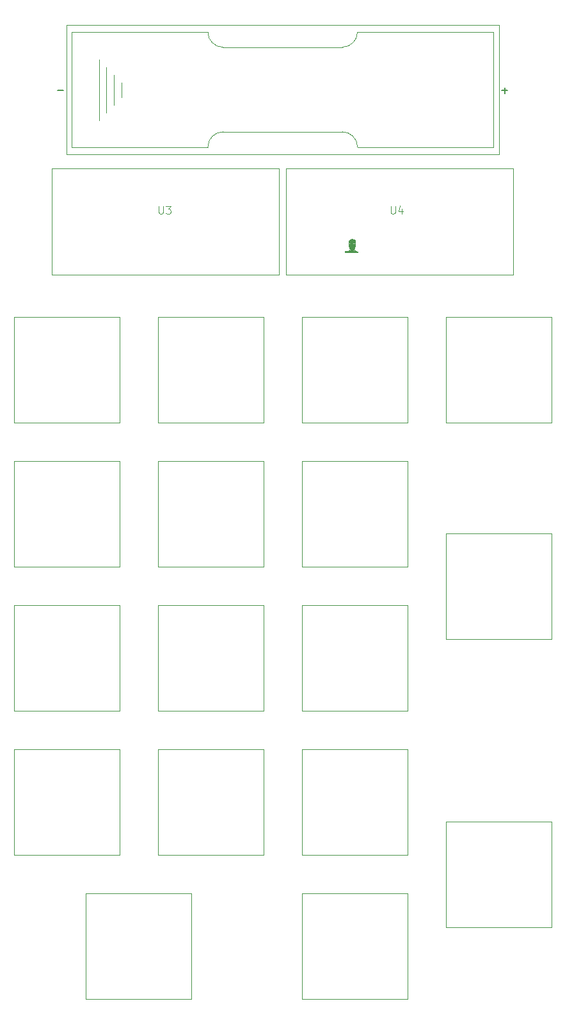
<source format=gbr>
%TF.GenerationSoftware,KiCad,Pcbnew,7.0.7*%
%TF.CreationDate,2023-12-09T18:35:24+02:00*%
%TF.ProjectId,stm32_calc,73746d33-325f-4636-916c-632e6b696361,rev?*%
%TF.SameCoordinates,Original*%
%TF.FileFunction,Legend,Top*%
%TF.FilePolarity,Positive*%
%FSLAX46Y46*%
G04 Gerber Fmt 4.6, Leading zero omitted, Abs format (unit mm)*
G04 Created by KiCad (PCBNEW 7.0.7) date 2023-12-09 18:35:24*
%MOMM*%
%LPD*%
G01*
G04 APERTURE LIST*
%ADD10C,0.150000*%
%ADD11C,0.100000*%
%ADD12C,0.120000*%
%ADD13R,1.700000X1.700000*%
%ADD14O,1.700000X1.700000*%
%ADD15C,1.700000*%
%ADD16C,4.000000*%
%ADD17C,2.200000*%
%ADD18C,3.050000*%
%ADD19C,3.800000*%
%ADD20R,2.000000X2.000000*%
%ADD21C,2.000000*%
%ADD22R,1.524000X1.524000*%
%ADD23C,1.524000*%
%ADD24C,1.512000*%
%ADD25C,2.304000*%
%ADD26C,0.650000*%
%ADD27O,1.000000X1.600000*%
%ADD28O,1.000000X2.100000*%
%ADD29C,0.900000*%
G04 APERTURE END LIST*
D10*
X29019048Y27421134D02*
X29780953Y27421134D01*
X29400000Y27040181D02*
X29400000Y27802086D01*
X-29750952Y27421134D02*
X-28989047Y27421134D01*
D11*
X14316225Y12134459D02*
X14316225Y11324936D01*
X14316225Y11324936D02*
X14363844Y11229698D01*
X14363844Y11229698D02*
X14411463Y11182078D01*
X14411463Y11182078D02*
X14506701Y11134459D01*
X14506701Y11134459D02*
X14697177Y11134459D01*
X14697177Y11134459D02*
X14792415Y11182078D01*
X14792415Y11182078D02*
X14840034Y11229698D01*
X14840034Y11229698D02*
X14887653Y11324936D01*
X14887653Y11324936D02*
X14887653Y12134459D01*
X15792415Y11801126D02*
X15792415Y11134459D01*
X15554320Y12182078D02*
X15316225Y11467793D01*
X15316225Y11467793D02*
X15935272Y11467793D01*
X-16386905Y12134459D02*
X-16386905Y11324936D01*
X-16386905Y11324936D02*
X-16339286Y11229698D01*
X-16339286Y11229698D02*
X-16291667Y11182078D01*
X-16291667Y11182078D02*
X-16196429Y11134459D01*
X-16196429Y11134459D02*
X-16005953Y11134459D01*
X-16005953Y11134459D02*
X-15910715Y11182078D01*
X-15910715Y11182078D02*
X-15863096Y11229698D01*
X-15863096Y11229698D02*
X-15815477Y11324936D01*
X-15815477Y11324936D02*
X-15815477Y12134459D01*
X-15434524Y12134459D02*
X-14815477Y12134459D01*
X-14815477Y12134459D02*
X-15148810Y11753507D01*
X-15148810Y11753507D02*
X-15005953Y11753507D01*
X-15005953Y11753507D02*
X-14910715Y11705888D01*
X-14910715Y11705888D02*
X-14863096Y11658269D01*
X-14863096Y11658269D02*
X-14815477Y11563031D01*
X-14815477Y11563031D02*
X-14815477Y11324936D01*
X-14815477Y11324936D02*
X-14863096Y11229698D01*
X-14863096Y11229698D02*
X-14910715Y11182078D01*
X-14910715Y11182078D02*
X-15005953Y11134459D01*
X-15005953Y11134459D02*
X-15291667Y11134459D01*
X-15291667Y11134459D02*
X-15386905Y11182078D01*
X-15386905Y11182078D02*
X-15434524Y11229698D01*
D12*
%TO.C,SW_five1*%
X-2540000Y-54610000D02*
X-16510000Y-54610000D01*
X-2540000Y-40640000D02*
X-2540000Y-54610000D01*
X-16510000Y-54610000D02*
X-16510000Y-40640000D01*
X-16510000Y-40640000D02*
X-2540000Y-40640000D01*
%TO.C,SW_zero1*%
X-12065000Y-92710000D02*
X-26035000Y-92710000D01*
X-12065000Y-78740000D02*
X-12065000Y-92710000D01*
X-26035000Y-92710000D02*
X-26035000Y-78740000D01*
X-26035000Y-78740000D02*
X-12065000Y-78740000D01*
%TO.C,SW_two1*%
X-2540000Y-73660000D02*
X-16510000Y-73660000D01*
X-2540000Y-59690000D02*
X-2540000Y-73660000D01*
X-16510000Y-73660000D02*
X-16510000Y-59690000D01*
X-16510000Y-59690000D02*
X-2540000Y-59690000D01*
%TO.C,SW_three1*%
X16510000Y-73660000D02*
X2540000Y-73660000D01*
X16510000Y-59690000D02*
X16510000Y-73660000D01*
X2540000Y-73660000D02*
X2540000Y-59690000D01*
X2540000Y-59690000D02*
X16510000Y-59690000D01*
%TO.C,SW_divide1*%
X-2540000Y-16510000D02*
X-16510000Y-16510000D01*
X-2540000Y-2540000D02*
X-2540000Y-16510000D01*
X-16510000Y-16510000D02*
X-16510000Y-2540000D01*
X-16510000Y-2540000D02*
X-2540000Y-2540000D01*
%TO.C,SW_four1*%
X-21590000Y-54610000D02*
X-35560000Y-54610000D01*
X-21590000Y-40640000D02*
X-21590000Y-54610000D01*
X-35560000Y-54610000D02*
X-35560000Y-40640000D01*
X-35560000Y-40640000D02*
X-21590000Y-40640000D01*
%TO.C,BT1*%
X28620000Y18990000D02*
X-28620000Y18990000D01*
X28620000Y36120000D02*
X28620000Y18990000D01*
X27900000Y19955000D02*
X27900000Y35155000D01*
X27900000Y19955000D02*
X9900000Y19955000D01*
X27900000Y35155000D02*
X9900000Y35155000D01*
X7900000Y21955000D02*
X-7900000Y21955000D01*
X-7900000Y33155000D02*
X7900000Y33155000D01*
X-9900000Y19955000D02*
X-27900000Y19955000D01*
X-9900000Y35155000D02*
X-27900000Y35155000D01*
X-21310000Y26495000D02*
X-21310000Y28495000D01*
X-22310000Y25495000D02*
X-22310000Y29495000D01*
X-23310000Y30495000D02*
X-23310000Y24495000D01*
X-24310000Y23495000D02*
X-24310000Y31495000D01*
X-27900000Y19955000D02*
X-27900000Y35155000D01*
X-28620000Y18990000D02*
X-28620000Y36120000D01*
X-28620000Y36120000D02*
X28620000Y36120000D01*
X7900000Y33155000D02*
G75*
G03*
X9900000Y35155000I1J1999999D01*
G01*
X9900000Y19955000D02*
G75*
G03*
X7900000Y21955000I-1999999J1D01*
G01*
X-9900000Y35155000D02*
G75*
G03*
X-7900000Y33155000I2000000J0D01*
G01*
X-7900000Y21955000D02*
G75*
G03*
X-9900000Y19955000I0J-2000000D01*
G01*
%TO.C,SW_point1*%
X16510000Y-92710000D02*
X2540000Y-92710000D01*
X16510000Y-78740000D02*
X16510000Y-92710000D01*
X2540000Y-92710000D02*
X2540000Y-78740000D01*
X2540000Y-78740000D02*
X16510000Y-78740000D01*
%TO.C,SW_plus1*%
X35560000Y-45085000D02*
X21590000Y-45085000D01*
X35560000Y-31115000D02*
X35560000Y-45085000D01*
X21590000Y-45085000D02*
X21590000Y-31115000D01*
X21590000Y-31115000D02*
X35560000Y-31115000D01*
D11*
%TO.C,U4*%
X475000Y17100000D02*
X30475000Y17100000D01*
X475000Y3100000D02*
X475000Y17100000D01*
X30475000Y17100000D02*
X30475000Y3100000D01*
X30475000Y3100000D02*
X475000Y3100000D01*
%TO.C,G\u002A\u002A\u002A*%
G36*
X8403282Y6220723D02*
G01*
X8401268Y6218709D01*
X8399255Y6220723D01*
X8401268Y6222737D01*
X8403282Y6220723D01*
G37*
G36*
X8495909Y6244887D02*
G01*
X8493896Y6242873D01*
X8491882Y6244887D01*
X8493896Y6246900D01*
X8495909Y6244887D01*
G37*
G36*
X8709355Y6941605D02*
G01*
X8707341Y6939591D01*
X8705327Y6941605D01*
X8707341Y6943618D01*
X8709355Y6941605D01*
G37*
G36*
X8713382Y6708023D02*
G01*
X8711368Y6706009D01*
X8709355Y6708023D01*
X8711368Y6710037D01*
X8713382Y6708023D01*
G37*
G36*
X8717409Y7199350D02*
G01*
X8715396Y7197336D01*
X8713382Y7199350D01*
X8715396Y7201364D01*
X8717409Y7199350D01*
G37*
G36*
X8717409Y7183241D02*
G01*
X8715396Y7181227D01*
X8713382Y7183241D01*
X8715396Y7185255D01*
X8717409Y7183241D01*
G37*
G36*
X8717409Y7014096D02*
G01*
X8715396Y7012082D01*
X8713382Y7014096D01*
X8715396Y7016109D01*
X8717409Y7014096D01*
G37*
G36*
X8717409Y7006041D02*
G01*
X8715396Y7004027D01*
X8713382Y7006041D01*
X8715396Y7008055D01*
X8717409Y7006041D01*
G37*
G36*
X8717409Y6993959D02*
G01*
X8715396Y6991946D01*
X8713382Y6993959D01*
X8715396Y6995973D01*
X8717409Y6993959D01*
G37*
G36*
X8717409Y6981877D02*
G01*
X8715396Y6979864D01*
X8713382Y6981877D01*
X8715396Y6983891D01*
X8717409Y6981877D01*
G37*
G36*
X8717409Y6724132D02*
G01*
X8715396Y6722118D01*
X8713382Y6724132D01*
X8715396Y6726146D01*
X8717409Y6724132D01*
G37*
G36*
X8717409Y6260996D02*
G01*
X8715396Y6258982D01*
X8713382Y6260996D01*
X8715396Y6263009D01*
X8717409Y6260996D01*
G37*
G36*
X8725464Y7231568D02*
G01*
X8723450Y7229555D01*
X8721436Y7231568D01*
X8723450Y7233582D01*
X8725464Y7231568D01*
G37*
G36*
X8725464Y6764405D02*
G01*
X8723450Y6762391D01*
X8721436Y6764405D01*
X8723450Y6766418D01*
X8725464Y6764405D01*
G37*
G36*
X8733518Y7287950D02*
G01*
X8731505Y7285936D01*
X8729491Y7287950D01*
X8731505Y7289964D01*
X8733518Y7287950D01*
G37*
G36*
X8741573Y6695941D02*
G01*
X8739559Y6693927D01*
X8737546Y6695941D01*
X8739559Y6697955D01*
X8741573Y6695941D01*
G37*
G36*
X8741573Y6265023D02*
G01*
X8739559Y6263009D01*
X8737546Y6265023D01*
X8739559Y6267037D01*
X8741573Y6265023D01*
G37*
G36*
X8975155Y7755113D02*
G01*
X8973141Y7753100D01*
X8971127Y7755113D01*
X8973141Y7757127D01*
X8975155Y7755113D01*
G37*
G36*
X9687982Y6248914D02*
G01*
X9685968Y6246900D01*
X9683954Y6248914D01*
X9685968Y6250928D01*
X9687982Y6248914D01*
G37*
G36*
X9696036Y6699968D02*
G01*
X9694023Y6697955D01*
X9692009Y6699968D01*
X9694023Y6701982D01*
X9696036Y6699968D01*
G37*
G36*
X9724227Y6216696D02*
G01*
X9722213Y6214682D01*
X9720200Y6216696D01*
X9722213Y6218709D01*
X9724227Y6216696D01*
G37*
G36*
X9752418Y6216696D02*
G01*
X9750404Y6214682D01*
X9748391Y6216696D01*
X9750404Y6218709D01*
X9752418Y6216696D01*
G37*
G36*
X8329449Y6213340D02*
G01*
X8329931Y6208560D01*
X8329449Y6207970D01*
X8327055Y6208523D01*
X8326764Y6210655D01*
X8328237Y6213970D01*
X8329449Y6213340D01*
G37*
G36*
X8494567Y6237503D02*
G01*
X8495049Y6232724D01*
X8494567Y6232134D01*
X8492173Y6232686D01*
X8491882Y6234819D01*
X8493356Y6238133D01*
X8494567Y6237503D01*
G37*
G36*
X8550949Y6245558D02*
G01*
X8551431Y6240778D01*
X8550949Y6240188D01*
X8548554Y6240741D01*
X8548264Y6242873D01*
X8549737Y6246188D01*
X8550949Y6245558D01*
G37*
G36*
X8623440Y6253612D02*
G01*
X8623922Y6248833D01*
X8623440Y6248243D01*
X8621045Y6248796D01*
X8620755Y6250928D01*
X8622228Y6254242D01*
X8623440Y6253612D01*
G37*
G36*
X8698280Y6660349D02*
G01*
X8698786Y6658879D01*
X8693246Y6658318D01*
X8687528Y6658951D01*
X8688212Y6660349D01*
X8696457Y6660881D01*
X8698280Y6660349D01*
G37*
G36*
X8708012Y6930194D02*
G01*
X8707459Y6927800D01*
X8705327Y6927509D01*
X8702013Y6928983D01*
X8702643Y6930194D01*
X8707422Y6930676D01*
X8708012Y6930194D01*
G37*
G36*
X8708012Y6914085D02*
G01*
X8707459Y6911691D01*
X8705327Y6911400D01*
X8702013Y6912874D01*
X8702643Y6914085D01*
X8707422Y6914567D01*
X8708012Y6914085D01*
G37*
G36*
X8708012Y6801321D02*
G01*
X8707459Y6798927D01*
X8705327Y6798636D01*
X8702013Y6800110D01*
X8702643Y6801321D01*
X8707422Y6801803D01*
X8708012Y6801321D01*
G37*
G36*
X8708012Y6676476D02*
G01*
X8707459Y6674082D01*
X8705327Y6673791D01*
X8702013Y6675265D01*
X8702643Y6676476D01*
X8707422Y6676958D01*
X8708012Y6676476D01*
G37*
G36*
X8714389Y6825467D02*
G01*
X8714895Y6823997D01*
X8709355Y6823436D01*
X8703637Y6824069D01*
X8704321Y6825467D01*
X8712566Y6825999D01*
X8714389Y6825467D01*
G37*
G36*
X8716067Y7127530D02*
G01*
X8715514Y7125136D01*
X8713382Y7124845D01*
X8710067Y7126319D01*
X8710697Y7127530D01*
X8715477Y7128012D01*
X8716067Y7127530D01*
G37*
G36*
X8716067Y6962412D02*
G01*
X8715514Y6960018D01*
X8713382Y6959727D01*
X8710067Y6961201D01*
X8710697Y6962412D01*
X8715477Y6962894D01*
X8716067Y6962412D01*
G37*
G36*
X8716067Y6684530D02*
G01*
X8715514Y6682136D01*
X8713382Y6681846D01*
X8710067Y6683319D01*
X8710697Y6684530D01*
X8715477Y6685012D01*
X8716067Y6684530D01*
G37*
G36*
X8716067Y6660367D02*
G01*
X8715514Y6657973D01*
X8713382Y6657682D01*
X8710067Y6659156D01*
X8710697Y6660367D01*
X8715477Y6660849D01*
X8716067Y6660367D01*
G37*
G36*
X8724121Y7224185D02*
G01*
X8723569Y7221791D01*
X8721436Y7221500D01*
X8718122Y7222973D01*
X8718752Y7224185D01*
X8723531Y7224667D01*
X8724121Y7224185D01*
G37*
G36*
X8724121Y6990603D02*
G01*
X8724603Y6985824D01*
X8724121Y6985233D01*
X8721727Y6985786D01*
X8721436Y6987918D01*
X8722910Y6991233D01*
X8724121Y6990603D01*
G37*
G36*
X8724121Y6841594D02*
G01*
X8723569Y6839200D01*
X8721436Y6838909D01*
X8718122Y6840383D01*
X8718752Y6841594D01*
X8723531Y6842076D01*
X8724121Y6841594D01*
G37*
G36*
X8724121Y6817430D02*
G01*
X8723569Y6815036D01*
X8721436Y6814746D01*
X8718122Y6816219D01*
X8718752Y6817430D01*
X8723531Y6817912D01*
X8724121Y6817430D01*
G37*
G36*
X8724121Y6676476D02*
G01*
X8723569Y6674082D01*
X8721436Y6673791D01*
X8718122Y6675265D01*
X8718752Y6676476D01*
X8723531Y6676958D01*
X8724121Y6676476D01*
G37*
G36*
X8732176Y6684530D02*
G01*
X8731623Y6682136D01*
X8729491Y6681846D01*
X8726176Y6683319D01*
X8726806Y6684530D01*
X8731586Y6685012D01*
X8732176Y6684530D01*
G37*
G36*
X8740230Y6680503D02*
G01*
X8740712Y6675724D01*
X8740230Y6675134D01*
X8737836Y6675686D01*
X8737546Y6677818D01*
X8739019Y6681133D01*
X8740230Y6680503D01*
G37*
G36*
X8772431Y7536634D02*
G01*
X8772963Y7528389D01*
X8772431Y7526566D01*
X8770961Y7526060D01*
X8770400Y7531600D01*
X8771033Y7537317D01*
X8772431Y7536634D01*
G37*
G36*
X8772449Y6277776D02*
G01*
X8772931Y6272997D01*
X8772449Y6272406D01*
X8770054Y6272959D01*
X8769764Y6275091D01*
X8771237Y6278406D01*
X8772449Y6277776D01*
G37*
G36*
X8935889Y7731603D02*
G01*
X8936395Y7730133D01*
X8930855Y7729572D01*
X8925137Y7730205D01*
X8925821Y7731603D01*
X8934066Y7732135D01*
X8935889Y7731603D01*
G37*
G36*
X8953928Y7739424D02*
G01*
X8952726Y7737593D01*
X8948642Y7737309D01*
X8944344Y7738292D01*
X8946209Y7739742D01*
X8952503Y7740222D01*
X8953928Y7739424D01*
G37*
G36*
X8969785Y7747730D02*
G01*
X8969232Y7745336D01*
X8967100Y7745045D01*
X8963785Y7746519D01*
X8964415Y7747730D01*
X8969195Y7748212D01*
X8969785Y7747730D01*
G37*
G36*
X8985894Y7759812D02*
G01*
X8986376Y7755032D01*
X8985894Y7754442D01*
X8983500Y7754995D01*
X8983209Y7757127D01*
X8984683Y7760442D01*
X8985894Y7759812D01*
G37*
G36*
X9002003Y7767866D02*
G01*
X9002485Y7763087D01*
X9002003Y7762497D01*
X8999609Y7763050D01*
X8999318Y7765182D01*
X9000792Y7768496D01*
X9002003Y7767866D01*
G37*
G36*
X9026167Y7775921D02*
G01*
X9026649Y7771142D01*
X9026167Y7770551D01*
X9023772Y7771104D01*
X9023482Y7773236D01*
X9024955Y7776551D01*
X9026167Y7775921D01*
G37*
G36*
X9090603Y7792030D02*
G01*
X9091085Y7787251D01*
X9090603Y7786660D01*
X9088209Y7787213D01*
X9087918Y7789345D01*
X9089392Y7792660D01*
X9090603Y7792030D01*
G37*
G36*
X9320157Y7792030D02*
G01*
X9320639Y7787251D01*
X9320157Y7786660D01*
X9317763Y7787213D01*
X9317473Y7789345D01*
X9318946Y7792660D01*
X9320157Y7792030D01*
G37*
G36*
X9352376Y7783976D02*
G01*
X9352858Y7779196D01*
X9352376Y7778606D01*
X9349981Y7779159D01*
X9349691Y7781291D01*
X9351164Y7784606D01*
X9352376Y7783976D01*
G37*
G36*
X9368485Y7775921D02*
G01*
X9368967Y7771142D01*
X9368485Y7770551D01*
X9366091Y7771104D01*
X9365800Y7773236D01*
X9367273Y7776551D01*
X9368485Y7775921D01*
G37*
G36*
X9416812Y7759812D02*
G01*
X9417294Y7755032D01*
X9416812Y7754442D01*
X9414418Y7754995D01*
X9414127Y7757127D01*
X9415601Y7760442D01*
X9416812Y7759812D01*
G37*
G36*
X9499707Y7723549D02*
G01*
X9500213Y7722079D01*
X9494673Y7721517D01*
X9488955Y7722150D01*
X9489638Y7723549D01*
X9497884Y7724081D01*
X9499707Y7723549D01*
G37*
G36*
X9515816Y7715494D02*
G01*
X9516322Y7714024D01*
X9510782Y7713463D01*
X9505064Y7714096D01*
X9505748Y7715494D01*
X9513993Y7716026D01*
X9515816Y7715494D01*
G37*
G36*
X9525548Y7707457D02*
G01*
X9524996Y7705063D01*
X9522863Y7704773D01*
X9519549Y7706246D01*
X9520179Y7707457D01*
X9524958Y7707939D01*
X9525548Y7707457D01*
G37*
G36*
X9646366Y6277776D02*
G01*
X9646848Y6272997D01*
X9646366Y6272406D01*
X9643972Y6272959D01*
X9643682Y6275091D01*
X9645155Y6278406D01*
X9646366Y6277776D01*
G37*
G36*
X9654403Y6268043D02*
G01*
X9654935Y6259798D01*
X9654403Y6257975D01*
X9652933Y6257469D01*
X9652372Y6263009D01*
X9653005Y6268727D01*
X9654403Y6268043D01*
G37*
G36*
X9662476Y6253612D02*
G01*
X9662958Y6248833D01*
X9662476Y6248243D01*
X9660081Y6248796D01*
X9659791Y6250928D01*
X9661264Y6254242D01*
X9662476Y6253612D01*
G37*
G36*
X9670530Y6245558D02*
G01*
X9671012Y6240778D01*
X9670530Y6240188D01*
X9668136Y6240741D01*
X9667845Y6242873D01*
X9669319Y6246188D01*
X9670530Y6245558D01*
G37*
G36*
X9686639Y6712721D02*
G01*
X9687121Y6707942D01*
X9686639Y6707352D01*
X9684245Y6707904D01*
X9683954Y6710037D01*
X9685428Y6713351D01*
X9686639Y6712721D01*
G37*
G36*
X9686639Y6237503D02*
G01*
X9687121Y6232724D01*
X9686639Y6232134D01*
X9684245Y6232686D01*
X9683954Y6234819D01*
X9685428Y6238133D01*
X9686639Y6237503D01*
G37*
G36*
X9686705Y6726901D02*
G01*
X9687186Y6720607D01*
X9686387Y6719182D01*
X9684557Y6720383D01*
X9684272Y6724468D01*
X9685256Y6728765D01*
X9686705Y6726901D01*
G37*
G36*
X9694676Y7560798D02*
G01*
X9695208Y7552552D01*
X9694676Y7550729D01*
X9693206Y7550223D01*
X9692645Y7555763D01*
X9693278Y7561481D01*
X9694676Y7560798D01*
G37*
G36*
X9694694Y6229449D02*
G01*
X9695176Y6224669D01*
X9694694Y6224079D01*
X9692300Y6224632D01*
X9692009Y6226764D01*
X9693482Y6230079D01*
X9694694Y6229449D01*
G37*
G36*
X9710803Y6221394D02*
G01*
X9711285Y6216615D01*
X9710803Y6216025D01*
X9708409Y6216577D01*
X9708118Y6218709D01*
X9709591Y6222024D01*
X9710803Y6221394D01*
G37*
G36*
X9718840Y6972816D02*
G01*
X9719372Y6964571D01*
X9718840Y6962748D01*
X9717370Y6962242D01*
X9716808Y6967782D01*
X9717441Y6973499D01*
X9718840Y6972816D01*
G37*
G36*
X9743273Y6209061D02*
G01*
X9742072Y6207230D01*
X9737987Y6206946D01*
X9733690Y6207929D01*
X9735554Y6209379D01*
X9741848Y6209859D01*
X9743273Y6209061D01*
G37*
G36*
X9761479Y6201240D02*
G01*
X9761985Y6199770D01*
X9756445Y6199209D01*
X9750728Y6199842D01*
X9751411Y6201240D01*
X9759656Y6201772D01*
X9761479Y6201240D01*
G37*
G36*
X9999088Y6136804D02*
G01*
X9999594Y6135334D01*
X9994054Y6134773D01*
X9988337Y6135405D01*
X9989020Y6136804D01*
X9997265Y6137336D01*
X9999088Y6136804D01*
G37*
G36*
X8898342Y6419042D02*
G01*
X8898938Y6417153D01*
X8896104Y6413386D01*
X8894408Y6412623D01*
X8890972Y6413889D01*
X8891186Y6415844D01*
X8894714Y6420019D01*
X8898342Y6419042D01*
G37*
G36*
X9053915Y7786655D02*
G01*
X9053209Y7783513D01*
X9049960Y7777845D01*
X9047858Y7778794D01*
X9047645Y7781053D01*
X9050570Y7786514D01*
X9051627Y7787303D01*
X9053915Y7786655D01*
G37*
G36*
X9470146Y6290362D02*
G01*
X9469652Y6286616D01*
X9467434Y6283585D01*
X9464802Y6286633D01*
X9463324Y6292561D01*
X9464065Y6294153D01*
X9468046Y6294814D01*
X9470146Y6290362D01*
G37*
G36*
X8449731Y6230624D02*
G01*
X8449257Y6229347D01*
X8445635Y6224399D01*
X8441346Y6222301D01*
X8439528Y6224257D01*
X8442199Y6227728D01*
X8445661Y6230868D01*
X8450027Y6233806D01*
X8449731Y6230624D01*
G37*
G36*
X8709522Y6901468D02*
G01*
X8710799Y6900993D01*
X8716472Y6897060D01*
X8717409Y6894860D01*
X8716005Y6891484D01*
X8711423Y6894926D01*
X8709278Y6897397D01*
X8706340Y6901763D01*
X8709522Y6901468D01*
G37*
G36*
X8723848Y6792123D02*
G01*
X8721436Y6788568D01*
X8715477Y6783498D01*
X8712601Y6782527D01*
X8711887Y6784790D01*
X8714820Y6788568D01*
X8720895Y6793474D01*
X8723656Y6794609D01*
X8723848Y6792123D01*
G37*
G36*
X8733401Y6719054D02*
G01*
X8733518Y6718091D01*
X8730454Y6714181D01*
X8729491Y6714064D01*
X8725581Y6717128D01*
X8725464Y6718091D01*
X8728528Y6722001D01*
X8729491Y6722118D01*
X8733401Y6719054D01*
G37*
G36*
X8740394Y6654615D02*
G01*
X8741042Y6644121D01*
X8740313Y6638505D01*
X8739224Y6637564D01*
X8738613Y6643347D01*
X8738561Y6647614D01*
X8738958Y6655413D01*
X8739867Y6656596D01*
X8740394Y6654615D01*
G37*
G36*
X8748177Y6618910D02*
G01*
X8752216Y6615396D01*
X8755490Y6610691D01*
X8754435Y6609355D01*
X8748931Y6612122D01*
X8745600Y6615396D01*
X8742703Y6620272D01*
X8743381Y6621437D01*
X8748177Y6618910D01*
G37*
G36*
X8749173Y6831620D02*
G01*
X8749627Y6828841D01*
X8747453Y6823482D01*
X8745600Y6822800D01*
X8742027Y6826062D01*
X8741573Y6828841D01*
X8743747Y6834200D01*
X8745600Y6834882D01*
X8749173Y6831620D01*
G37*
G36*
X8749510Y6988881D02*
G01*
X8749627Y6987918D01*
X8746563Y6984008D01*
X8745600Y6983891D01*
X8741690Y6986956D01*
X8741573Y6987918D01*
X8744638Y6991828D01*
X8745600Y6991946D01*
X8749510Y6988881D01*
G37*
G36*
X8764485Y7518511D02*
G01*
X8765112Y7508297D01*
X8764485Y7504416D01*
X8763318Y7503162D01*
X8762682Y7508731D01*
X8762644Y7511464D01*
X8763063Y7518790D01*
X8764109Y7519654D01*
X8764485Y7518511D01*
G37*
G36*
X8780594Y7558784D02*
G01*
X8781221Y7548570D01*
X8780594Y7544688D01*
X8779427Y7543435D01*
X8778792Y7549004D01*
X8778753Y7551736D01*
X8779173Y7559063D01*
X8780218Y7559927D01*
X8780594Y7558784D01*
G37*
G36*
X8780594Y6503639D02*
G01*
X8781221Y6493425D01*
X8780594Y6489543D01*
X8779427Y6488290D01*
X8778792Y6493859D01*
X8778753Y6496591D01*
X8779173Y6503918D01*
X8780218Y6504782D01*
X8780594Y6503639D01*
G37*
G36*
X8781419Y6650389D02*
G01*
X8781846Y6647614D01*
X8779372Y6642060D01*
X8773812Y6643055D01*
X8772558Y6644148D01*
X8771744Y6649168D01*
X8775825Y6653239D01*
X8778056Y6653655D01*
X8781419Y6650389D01*
G37*
G36*
X8804888Y6759034D02*
G01*
X8806009Y6754337D01*
X8803491Y6747777D01*
X8799968Y6746282D01*
X8795049Y6749639D01*
X8793927Y6754337D01*
X8796446Y6760896D01*
X8799968Y6762391D01*
X8804888Y6759034D01*
G37*
G36*
X8909473Y6464798D02*
G01*
X8910718Y6456318D01*
X8908917Y6446727D01*
X8904677Y6444237D01*
X8899881Y6447839D01*
X8898636Y6456318D01*
X8900437Y6465910D01*
X8904677Y6468400D01*
X8909473Y6464798D01*
G37*
G36*
X8937909Y6340108D02*
G01*
X8938909Y6333487D01*
X8937531Y6325918D01*
X8934882Y6323418D01*
X8931854Y6326865D01*
X8930855Y6333487D01*
X8932233Y6341055D01*
X8934882Y6343555D01*
X8937909Y6340108D01*
G37*
G36*
X9240837Y6187454D02*
G01*
X9240954Y6186491D01*
X9237890Y6182581D01*
X9236927Y6182464D01*
X9233017Y6185529D01*
X9232900Y6186491D01*
X9235965Y6190401D01*
X9236927Y6190519D01*
X9240837Y6187454D01*
G37*
G36*
X9393991Y7767195D02*
G01*
X9397833Y7763576D01*
X9398018Y7762930D01*
X9394902Y7761200D01*
X9393991Y7761154D01*
X9390118Y7764250D01*
X9389964Y7765419D01*
X9392431Y7767825D01*
X9393991Y7767195D01*
G37*
G36*
X9423092Y6297421D02*
G01*
X9424195Y6291200D01*
X9422297Y6283230D01*
X9419161Y6280125D01*
X9415342Y6282221D01*
X9414127Y6291200D01*
X9415457Y6300432D01*
X9419161Y6302275D01*
X9423092Y6297421D01*
G37*
G36*
X9453946Y6316129D02*
G01*
X9454400Y6313350D01*
X9452225Y6307991D01*
X9450373Y6307309D01*
X9446800Y6310571D01*
X9446345Y6313350D01*
X9448520Y6318710D01*
X9450373Y6319391D01*
X9453946Y6316129D01*
G37*
G36*
X9458427Y7743032D02*
G01*
X9462269Y7739413D01*
X9462454Y7738767D01*
X9459339Y7737037D01*
X9458427Y7736991D01*
X9454555Y7740087D01*
X9454400Y7741256D01*
X9456867Y7743661D01*
X9458427Y7743032D01*
G37*
G36*
X9461699Y6275745D02*
G01*
X9462454Y6271064D01*
X9460768Y6264520D01*
X9458427Y6263009D01*
X9455155Y6266382D01*
X9454400Y6271064D01*
X9456086Y6277608D01*
X9458427Y6279118D01*
X9461699Y6275745D01*
G37*
G36*
X9481584Y7731712D02*
G01*
X9482837Y7730545D01*
X9477269Y7729909D01*
X9474536Y7729870D01*
X9467209Y7730290D01*
X9466346Y7731336D01*
X9467489Y7731712D01*
X9477703Y7732339D01*
X9481584Y7731712D01*
G37*
G36*
X9494218Y6308075D02*
G01*
X9494673Y6305296D01*
X9492498Y6299936D01*
X9490645Y6299255D01*
X9487072Y6302517D01*
X9486618Y6305296D01*
X9488793Y6310655D01*
X9490645Y6311337D01*
X9494218Y6308075D01*
G37*
G36*
X9566737Y6388617D02*
G01*
X9567163Y6385841D01*
X9564690Y6380287D01*
X9559130Y6381282D01*
X9557876Y6382376D01*
X9557062Y6387396D01*
X9561143Y6391466D01*
X9563374Y6391882D01*
X9566737Y6388617D01*
G37*
G36*
X9691892Y7013044D02*
G01*
X9692009Y7012082D01*
X9688944Y7008172D01*
X9687982Y7008055D01*
X9684071Y7011119D01*
X9683954Y7012082D01*
X9687019Y7015992D01*
X9687982Y7016109D01*
X9691892Y7013044D01*
G37*
G36*
X9702948Y7047320D02*
G01*
X9703622Y7034312D01*
X9702948Y7025170D01*
X9702070Y7022672D01*
X9701463Y7027246D01*
X9701270Y7036245D01*
X9701520Y7046188D01*
X9702170Y7049914D01*
X9702948Y7047320D01*
G37*
G36*
X9711003Y7007048D02*
G01*
X9711677Y6994039D01*
X9711003Y6984898D01*
X9710125Y6982399D01*
X9709517Y6986973D01*
X9709325Y6995973D01*
X9709575Y7005915D01*
X9710225Y7009642D01*
X9711003Y7007048D01*
G37*
G36*
X9781692Y6193160D02*
G01*
X9781826Y6191838D01*
X9775522Y6191298D01*
X9774568Y6191304D01*
X9768322Y6191884D01*
X9768918Y6193110D01*
X9769610Y6193309D01*
X9778383Y6193899D01*
X9781692Y6193160D01*
G37*
G36*
X9430713Y7754622D02*
G01*
X9433165Y7752795D01*
X9439532Y7747975D01*
X9441982Y7746185D01*
X9440294Y7745199D01*
X9437379Y7745045D01*
X9430698Y7748328D01*
X9428561Y7751656D01*
X9427479Y7756005D01*
X9430713Y7754622D01*
G37*
G36*
X9557843Y6372835D02*
G01*
X9559109Y6365705D01*
X9557261Y6357774D01*
X9553126Y6355872D01*
X9548817Y6360842D01*
X9548557Y6361485D01*
X9548031Y6369217D01*
X9548922Y6371553D01*
X9553913Y6375733D01*
X9557843Y6372835D01*
G37*
G36*
X9630503Y6593935D02*
G01*
X9631600Y6589456D01*
X9629705Y6581652D01*
X9625368Y6578466D01*
X9622093Y6579931D01*
X9619467Y6586406D01*
X9620711Y6593509D01*
X9625025Y6597239D01*
X9625559Y6597273D01*
X9630503Y6593935D01*
G37*
G36*
X9702872Y7537422D02*
G01*
X9702977Y7536634D01*
X9703643Y7522512D01*
X9702977Y7510457D01*
X9702187Y7507417D01*
X9701609Y7511529D01*
X9701356Y7521889D01*
X9701352Y7523545D01*
X9701559Y7534609D01*
X9702103Y7539536D01*
X9702872Y7537422D01*
G37*
G36*
X8740691Y7395319D02*
G01*
X8741024Y7390069D01*
X8739341Y7380996D01*
X8735532Y7377107D01*
X8730346Y7377023D01*
X8729491Y7378690D01*
X8732426Y7382498D01*
X8733238Y7382591D01*
X8736820Y7386003D01*
X8738731Y7391652D01*
X8740022Y7397225D01*
X8740691Y7395319D01*
G37*
G36*
X9690382Y6749635D02*
G01*
X9694765Y6741396D01*
X9694877Y6735683D01*
X9693377Y6731292D01*
X9692644Y6734478D01*
X9692476Y6737221D01*
X9690589Y6744302D01*
X9687982Y6746282D01*
X9684214Y6749448D01*
X9683954Y6751172D01*
X9685977Y6753053D01*
X9690382Y6749635D01*
G37*
G36*
X8711033Y6645793D02*
G01*
X8707498Y6641746D01*
X8698980Y6635734D01*
X8691615Y6634067D01*
X8686001Y6634619D01*
X8688035Y6635517D01*
X8692239Y6636361D01*
X8699308Y6638970D01*
X8701300Y6641422D01*
X8704529Y6645477D01*
X8708122Y6647356D01*
X8712303Y6648480D01*
X8711033Y6645793D01*
G37*
G36*
X9702302Y6727522D02*
G01*
X9706240Y6720437D01*
X9709972Y6711096D01*
X9710634Y6704533D01*
X9710560Y6704328D01*
X9708953Y6703754D01*
X9708436Y6707016D01*
X9706259Y6713001D01*
X9704091Y6714064D01*
X9700957Y6717476D01*
X9700088Y6723125D01*
X9700477Y6728508D01*
X9702302Y6727522D01*
G37*
G36*
X9303292Y6212457D02*
G01*
X9309094Y6206697D01*
X9312889Y6197735D01*
X9313445Y6192820D01*
X9312165Y6185381D01*
X9306676Y6182697D01*
X9301601Y6182464D01*
X9292301Y6183705D01*
X9287268Y6186491D01*
X9287587Y6190202D01*
X9289044Y6190519D01*
X9292277Y6193956D01*
X9293309Y6200349D01*
X9294806Y6208885D01*
X9297367Y6212688D01*
X9303292Y6212457D01*
G37*
G36*
X9604677Y6555342D02*
G01*
X9606556Y6549381D01*
X9607348Y6537635D01*
X9607436Y6528809D01*
X9607081Y6513493D01*
X9605804Y6504727D01*
X9603286Y6501029D01*
X9601395Y6500618D01*
X9598113Y6502276D01*
X9596235Y6508238D01*
X9595442Y6519984D01*
X9595354Y6528809D01*
X9595710Y6544126D01*
X9596987Y6552892D01*
X9599504Y6556589D01*
X9601395Y6557000D01*
X9604677Y6555342D01*
G37*
G36*
X9719158Y6936083D02*
G01*
X9718694Y6917436D01*
X9714955Y6902206D01*
X9708549Y6891838D01*
X9700082Y6887775D01*
X9698868Y6887785D01*
X9689995Y6888333D01*
X9699057Y6890079D01*
X9706619Y6894547D01*
X9708118Y6899598D01*
X9709859Y6905989D01*
X9712145Y6907373D01*
X9714341Y6911041D01*
X9716079Y6920606D01*
X9716917Y6932543D01*
X9717662Y6957714D01*
X9719158Y6936083D01*
G37*
G36*
X8757094Y7490807D02*
G01*
X8757215Y7488307D01*
X8756452Y7479409D01*
X8753968Y7475258D01*
X8753655Y7475218D01*
X8751357Y7471596D01*
X8749899Y7462335D01*
X8749627Y7455082D01*
X8749065Y7443593D01*
X8747626Y7436303D01*
X8746501Y7434945D01*
X8744875Y7438513D01*
X8744471Y7447491D01*
X8744715Y7452061D01*
X8746409Y7464878D01*
X8748942Y7475392D01*
X8749648Y7477232D01*
X8753538Y7487915D01*
X8754994Y7493341D01*
X8756258Y7495855D01*
X8757094Y7490807D01*
G37*
G36*
X9630588Y6392044D02*
G01*
X9631368Y6370868D01*
X9632574Y6353469D01*
X9634075Y6341218D01*
X9635743Y6335486D01*
X9635949Y6335302D01*
X9637931Y6330101D01*
X9638853Y6318820D01*
X9638628Y6304935D01*
X9637205Y6277105D01*
X9636416Y6304289D01*
X9635475Y6317907D01*
X9633761Y6327659D01*
X9631641Y6331472D01*
X9631600Y6331473D01*
X9629953Y6335392D01*
X9628859Y6346750D01*
X9628350Y6364948D01*
X9628452Y6388862D01*
X9629331Y6446250D01*
X9630588Y6392044D01*
G37*
G36*
X9694023Y6825210D02*
G01*
X9697993Y6824277D01*
X9700508Y6820891D01*
X9701997Y6813459D01*
X9702890Y6800385D01*
X9703257Y6790956D01*
X9703440Y6775082D01*
X9702899Y6762352D01*
X9701747Y6754861D01*
X9701243Y6753887D01*
X9699973Y6756127D01*
X9699236Y6764815D01*
X9699126Y6778354D01*
X9699334Y6786421D01*
X9699784Y6803657D01*
X9699454Y6814458D01*
X9698085Y6820428D01*
X9695418Y6823171D01*
X9693293Y6823886D01*
X9688885Y6825144D01*
X9692263Y6825289D01*
X9694023Y6825210D01*
G37*
G36*
X8855912Y7212478D02*
G01*
X8853780Y7206372D01*
X8852366Y7204230D01*
X8847661Y7194881D01*
X8846282Y7188386D01*
X8845217Y7184454D01*
X8840851Y7182390D01*
X8831423Y7181738D01*
X8821111Y7181872D01*
X8805210Y7182490D01*
X8790538Y7183410D01*
X8782852Y7184141D01*
X8772469Y7187215D01*
X8769128Y7192102D01*
X8772433Y7197524D01*
X8781988Y7202203D01*
X8788960Y7203860D01*
X8798753Y7205796D01*
X8812962Y7208845D01*
X8825487Y7211659D01*
X8842373Y7214953D01*
X8852312Y7215282D01*
X8855912Y7212478D01*
G37*
G36*
X9017829Y6348010D02*
G01*
X9019270Y6338903D01*
X9019455Y6333487D01*
X9018655Y6322679D01*
X9016631Y6316196D01*
X9015427Y6315364D01*
X9012155Y6311991D01*
X9011400Y6307309D01*
X9008552Y6300579D01*
X9003345Y6299255D01*
X8997029Y6301615D01*
X8995291Y6309323D01*
X8996670Y6316892D01*
X8999318Y6319391D01*
X9002590Y6322764D01*
X9003345Y6327446D01*
X9005032Y6333990D01*
X9007373Y6335500D01*
X9010645Y6338873D01*
X9011400Y6343555D01*
X9013087Y6350099D01*
X9015427Y6351609D01*
X9017829Y6348010D01*
G37*
G36*
X9464472Y7208649D02*
G01*
X9469914Y7206069D01*
X9468518Y7201267D01*
X9466109Y7198574D01*
X9463780Y7192330D01*
X9466109Y7185952D01*
X9469563Y7178036D01*
X9468715Y7173117D01*
X9462406Y7170184D01*
X9449479Y7168224D01*
X9445339Y7167793D01*
X9429225Y7166081D01*
X9414097Y7164307D01*
X9406073Y7163252D01*
X9393436Y7163007D01*
X9382450Y7165219D01*
X9382216Y7165315D01*
X9372454Y7169404D01*
X9386243Y7181245D01*
X9409845Y7197690D01*
X9433851Y7207178D01*
X9451644Y7209418D01*
X9464472Y7208649D01*
G37*
G36*
X9646553Y6694501D02*
G01*
X9647709Y6688692D01*
X9649440Y6679517D01*
X9651967Y6675172D01*
X9654144Y6669002D01*
X9655136Y6657767D01*
X9654987Y6649196D01*
X9653845Y6636431D01*
X9651675Y6629649D01*
X9647550Y6626777D01*
X9644688Y6626191D01*
X9640412Y6625950D01*
X9637750Y6627701D01*
X9636320Y6632927D01*
X9635740Y6643115D01*
X9635627Y6659752D01*
X9635627Y6661429D01*
X9635860Y6679190D01*
X9636709Y6690278D01*
X9638401Y6696067D01*
X9641164Y6697929D01*
X9641668Y6697955D01*
X9646553Y6694501D01*
G37*
G36*
X9578622Y7215603D02*
G01*
X9597938Y7211594D01*
X9614562Y7208548D01*
X9621532Y7207486D01*
X9628076Y7206275D01*
X9629586Y7205597D01*
X9632921Y7204292D01*
X9637228Y7203338D01*
X9644912Y7200165D01*
X9651828Y7194838D01*
X9655519Y7189562D01*
X9655120Y7187296D01*
X9650408Y7186114D01*
X9639517Y7184713D01*
X9624310Y7183308D01*
X9614080Y7182565D01*
X9575218Y7180012D01*
X9575218Y7190195D01*
X9572975Y7199983D01*
X9569221Y7205354D01*
X9565078Y7211384D01*
X9567750Y7215394D01*
X9576027Y7216065D01*
X9578622Y7215603D01*
G37*
G36*
X8852094Y6546790D02*
G01*
X8853950Y6539326D01*
X8854336Y6528809D01*
X8853612Y6517323D01*
X8851760Y6510032D01*
X8850309Y6508673D01*
X8848012Y6505051D01*
X8846554Y6495790D01*
X8846282Y6488537D01*
X8845635Y6475874D01*
X8843396Y6469689D01*
X8840241Y6468400D01*
X8836442Y6470556D01*
X8834587Y6478019D01*
X8834200Y6488537D01*
X8834924Y6500023D01*
X8836777Y6507314D01*
X8838227Y6508673D01*
X8840525Y6512295D01*
X8841983Y6521556D01*
X8842255Y6528809D01*
X8842901Y6541472D01*
X8845140Y6547657D01*
X8848296Y6548946D01*
X8852094Y6546790D01*
G37*
G36*
X8984334Y7207715D02*
G01*
X8999955Y7203266D01*
X9014837Y7197066D01*
X9026616Y7190107D01*
X9032928Y7183383D01*
X9033062Y7183061D01*
X9038494Y7177817D01*
X9041478Y7177200D01*
X9047061Y7175368D01*
X9046469Y7171126D01*
X9040345Y7166353D01*
X9037315Y7165018D01*
X9028645Y7162387D01*
X9019862Y7161791D01*
X9008083Y7163253D01*
X8997305Y7165349D01*
X8982307Y7167676D01*
X8967330Y7168885D01*
X8966093Y7168913D01*
X8955223Y7170214D01*
X8951426Y7174506D01*
X8953909Y7183052D01*
X8955391Y7185952D01*
X8957720Y7194219D01*
X8955391Y7198574D01*
X8951371Y7204363D01*
X8953900Y7207793D01*
X8963547Y7209276D01*
X8970337Y7209418D01*
X8984334Y7207715D01*
G37*
G36*
X8763511Y6620197D02*
G01*
X8768422Y6614782D01*
X8772413Y6606743D01*
X8773791Y6599574D01*
X8775135Y6591869D01*
X8777818Y6589218D01*
X8779818Y6585454D01*
X8781222Y6575189D01*
X8781834Y6559969D01*
X8781846Y6557336D01*
X8782405Y6539841D01*
X8783990Y6528361D01*
X8786333Y6523958D01*
X8789457Y6519394D01*
X8789353Y6515620D01*
X8787627Y6512317D01*
X8784674Y6515903D01*
X8782852Y6519596D01*
X8780225Y6529259D01*
X8778404Y6543636D01*
X8777818Y6557565D01*
X8777262Y6571639D01*
X8775804Y6582303D01*
X8773791Y6587205D01*
X8770614Y6592786D01*
X8769764Y6599031D01*
X8767253Y6608635D01*
X8763626Y6613463D01*
X8759436Y6618418D01*
X8759406Y6620476D01*
X8763511Y6620197D01*
G37*
G36*
X8797179Y6457325D02*
G01*
X8797067Y6441995D01*
X8795915Y6431773D01*
X8793927Y6428128D01*
X8791619Y6424590D01*
X8790312Y6415809D01*
X8789999Y6404531D01*
X8790674Y6393504D01*
X8792327Y6385476D01*
X8794055Y6383114D01*
X8795846Y6378470D01*
X8796906Y6366307D01*
X8797208Y6347129D01*
X8796944Y6329417D01*
X8795678Y6277105D01*
X8794803Y6328453D01*
X8794132Y6350032D01*
X8792996Y6366439D01*
X8791489Y6376678D01*
X8789900Y6379800D01*
X8787701Y6383372D01*
X8786383Y6392361D01*
X8785957Y6404177D01*
X8786433Y6416229D01*
X8787822Y6425926D01*
X8789687Y6430343D01*
X8791869Y6436111D01*
X8793795Y6447385D01*
X8794952Y6460346D01*
X8796403Y6486523D01*
X8797179Y6457325D01*
G37*
G36*
X8788938Y6776706D02*
G01*
X8789900Y6770446D01*
X8788214Y6763901D01*
X8785873Y6762391D01*
X8784084Y6758529D01*
X8782767Y6747587D01*
X8782005Y6730530D01*
X8781846Y6715790D01*
X8781562Y6693688D01*
X8780625Y6678424D01*
X8778902Y6668798D01*
X8776260Y6663609D01*
X8776092Y6663435D01*
X8769752Y6658373D01*
X8766615Y6660084D01*
X8765738Y6669144D01*
X8765736Y6669764D01*
X8764570Y6678247D01*
X8761759Y6681845D01*
X8761709Y6681846D01*
X8759622Y6685451D01*
X8758306Y6694651D01*
X8757760Y6707024D01*
X8757985Y6720147D01*
X8758979Y6731599D01*
X8760742Y6738956D01*
X8761720Y6740248D01*
X8765660Y6745153D01*
X8771088Y6754779D01*
X8773902Y6760622D01*
X8780289Y6772405D01*
X8785526Y6777905D01*
X8788938Y6776706D01*
G37*
G36*
X9445602Y6292105D02*
G01*
X9446107Y6285325D01*
X9443894Y6278769D01*
X9442040Y6276933D01*
X9439367Y6271504D01*
X9438352Y6261585D01*
X9438403Y6259579D01*
X9438781Y6244785D01*
X9437928Y6236064D01*
X9435385Y6231469D01*
X9431243Y6229245D01*
X9422366Y6225811D01*
X9419161Y6224412D01*
X9414679Y6224706D01*
X9414127Y6226428D01*
X9416996Y6230606D01*
X9418154Y6230791D01*
X9420982Y6234291D01*
X9422181Y6242723D01*
X9422182Y6242873D01*
X9423348Y6251356D01*
X9426159Y6254954D01*
X9426209Y6254955D01*
X9429037Y6258454D01*
X9430236Y6266886D01*
X9430236Y6267037D01*
X9431403Y6275520D01*
X9434213Y6279118D01*
X9434264Y6279118D01*
X9437536Y6282492D01*
X9438291Y6287173D01*
X9439977Y6293717D01*
X9442318Y6295228D01*
X9445602Y6292105D01*
G37*
G36*
X9699649Y6913187D02*
G01*
X9700063Y6909386D01*
X9696840Y6904047D01*
X9694023Y6903346D01*
X9690017Y6900944D01*
X9688211Y6892799D01*
X9687982Y6885460D01*
X9688816Y6874079D01*
X9690916Y6866435D01*
X9692009Y6865086D01*
X9695959Y6858650D01*
X9695620Y6849729D01*
X9691617Y6842220D01*
X9687982Y6840076D01*
X9682947Y6837340D01*
X9680675Y6831126D01*
X9680329Y6819310D01*
X9680780Y6808868D01*
X9681721Y6805749D01*
X9683461Y6809225D01*
X9683954Y6810718D01*
X9686311Y6817376D01*
X9687270Y6816616D01*
X9687580Y6811963D01*
X9686183Y6803673D01*
X9682223Y6799943D01*
X9678475Y6801431D01*
X9676965Y6806661D01*
X9676039Y6817039D01*
X9675900Y6823471D01*
X9676354Y6835302D01*
X9678271Y6841106D01*
X9682477Y6842885D01*
X9683954Y6842936D01*
X9690270Y6845296D01*
X9692009Y6853005D01*
X9690630Y6860573D01*
X9687982Y6863073D01*
X9685287Y6866587D01*
X9684040Y6875372D01*
X9684143Y6886798D01*
X9685498Y6898231D01*
X9688009Y6907037D01*
X9689708Y6909674D01*
X9696463Y6914910D01*
X9699649Y6913187D01*
G37*
G36*
X9811879Y6185276D02*
G01*
X9818350Y6183041D01*
X9818868Y6182464D01*
X9824312Y6179562D01*
X9833201Y6178437D01*
X9841581Y6177249D01*
X9845045Y6174409D01*
X9848418Y6171137D01*
X9853100Y6170382D01*
X9859644Y6168696D01*
X9861154Y6166355D01*
X9864593Y6163301D01*
X9870985Y6162328D01*
X9879512Y6160843D01*
X9883304Y6158300D01*
X9888904Y6155083D01*
X9894818Y6154273D01*
X9903717Y6152674D01*
X9907707Y6150410D01*
X9913202Y6148598D01*
X9924758Y6146928D01*
X9940381Y6145647D01*
X9949792Y6145205D01*
X9988013Y6143863D01*
X9946734Y6143027D01*
X9927183Y6143008D01*
X9913372Y6143797D01*
X9906237Y6145321D01*
X9905454Y6146219D01*
X9901955Y6149046D01*
X9893523Y6150246D01*
X9893372Y6150246D01*
X9884889Y6151412D01*
X9881292Y6154223D01*
X9881291Y6154273D01*
X9877791Y6157101D01*
X9869359Y6158300D01*
X9869209Y6158300D01*
X9860726Y6159467D01*
X9857128Y6162278D01*
X9857127Y6162328D01*
X9853754Y6165600D01*
X9849072Y6166355D01*
X9842528Y6168041D01*
X9841018Y6170382D01*
X9837598Y6173501D01*
X9831755Y6174409D01*
X9822794Y6175917D01*
X9818667Y6178150D01*
X9812323Y6181125D01*
X9801951Y6183393D01*
X9800745Y6183546D01*
X9786650Y6185202D01*
X9801514Y6185847D01*
X9811879Y6185276D01*
G37*
G36*
X8920550Y7722427D02*
G01*
X8916085Y7716310D01*
X8914746Y7714841D01*
X8907248Y7708008D01*
X8901612Y7704806D01*
X8901252Y7704773D01*
X8896576Y7702011D01*
X8888189Y7694808D01*
X8877683Y7684786D01*
X8866649Y7673566D01*
X8856679Y7662769D01*
X8849365Y7654018D01*
X8846297Y7648934D01*
X8846282Y7648757D01*
X8843591Y7643473D01*
X8836873Y7635549D01*
X8834200Y7632887D01*
X8826631Y7624771D01*
X8822424Y7618547D01*
X8822118Y7617368D01*
X8819406Y7611946D01*
X8814064Y7606104D01*
X8808021Y7598958D01*
X8806009Y7593892D01*
X8803189Y7587497D01*
X8799518Y7583581D01*
X8792508Y7575243D01*
X8789705Y7569999D01*
X8786383Y7561804D01*
X8786128Y7569977D01*
X8788982Y7578573D01*
X8793927Y7583954D01*
X8800195Y7590818D01*
X8801982Y7596036D01*
X8804992Y7603090D01*
X8810036Y7608118D01*
X8816285Y7614680D01*
X8818091Y7619473D01*
X8820837Y7625551D01*
X8827677Y7633857D01*
X8830173Y7636309D01*
X8837790Y7644438D01*
X8841977Y7650877D01*
X8842255Y7652095D01*
X8845033Y7657127D01*
X8852295Y7665834D01*
X8862427Y7676623D01*
X8873818Y7687903D01*
X8884856Y7698083D01*
X8893928Y7705571D01*
X8899424Y7708776D01*
X8899686Y7708800D01*
X8905881Y7711776D01*
X8910718Y7716854D01*
X8916587Y7723057D01*
X8920364Y7724909D01*
X8920550Y7722427D01*
G37*
G36*
X9549591Y7697624D02*
G01*
X9555082Y7692691D01*
X9562319Y7686400D01*
X9568053Y7684636D01*
X9574098Y7682764D01*
X9575218Y7680609D01*
X9578840Y7678312D01*
X9588101Y7676853D01*
X9595354Y7676582D01*
X9606841Y7675857D01*
X9614132Y7674005D01*
X9615491Y7672554D01*
X9618762Y7669003D01*
X9621666Y7668527D01*
X9628521Y7665601D01*
X9637658Y7658358D01*
X9646770Y7649105D01*
X9653552Y7640147D01*
X9655763Y7634430D01*
X9657897Y7628985D01*
X9659791Y7628254D01*
X9663063Y7624881D01*
X9663818Y7620200D01*
X9665504Y7613656D01*
X9667845Y7612145D01*
X9671117Y7608772D01*
X9671873Y7604091D01*
X9673559Y7597547D01*
X9675900Y7596036D01*
X9679218Y7592678D01*
X9679927Y7588317D01*
X9681954Y7581195D01*
X9684414Y7579103D01*
X9687532Y7574536D01*
X9687434Y7570670D01*
X9685227Y7569730D01*
X9680811Y7575988D01*
X9675900Y7585911D01*
X9670122Y7597630D01*
X9665280Y7605673D01*
X9662811Y7608104D01*
X9660355Y7611498D01*
X9659791Y7616173D01*
X9658104Y7622717D01*
X9655763Y7624227D01*
X9652212Y7627498D01*
X9651736Y7630402D01*
X9648810Y7637258D01*
X9641567Y7646394D01*
X9632315Y7655506D01*
X9623356Y7662288D01*
X9617639Y7664500D01*
X9612194Y7666633D01*
X9611463Y7668527D01*
X9607890Y7671045D01*
X9598959Y7672450D01*
X9595300Y7672554D01*
X9578075Y7674781D01*
X9562385Y7682307D01*
X9553068Y7689317D01*
X9542638Y7695378D01*
X9534945Y7697830D01*
X9528897Y7699113D01*
X9530185Y7699788D01*
X9537077Y7700197D01*
X9549591Y7697624D01*
G37*
G36*
X9711137Y7403002D02*
G01*
X9711366Y7368772D01*
X9711184Y7341034D01*
X9710601Y7320173D01*
X9709629Y7306570D01*
X9708279Y7300609D01*
X9708191Y7300508D01*
X9706566Y7294954D01*
X9705276Y7282736D01*
X9704418Y7265239D01*
X9704091Y7243851D01*
X9704091Y7242845D01*
X9703798Y7220110D01*
X9702962Y7203072D01*
X9701641Y7192537D01*
X9700063Y7189282D01*
X9698098Y7185498D01*
X9696708Y7175099D01*
X9696062Y7159516D01*
X9696036Y7155288D01*
X9695589Y7139488D01*
X9694397Y7126948D01*
X9692686Y7119707D01*
X9692009Y7118805D01*
X9689026Y7113043D01*
X9688097Y7103187D01*
X9689190Y7092918D01*
X9692271Y7085921D01*
X9692302Y7085890D01*
X9694808Y7079217D01*
X9695057Y7068837D01*
X9694960Y7067969D01*
X9693298Y7054368D01*
X9692653Y7069470D01*
X9691289Y7079186D01*
X9688714Y7084328D01*
X9687982Y7084573D01*
X9685580Y7088172D01*
X9684139Y7097279D01*
X9683954Y7102695D01*
X9684754Y7113503D01*
X9686778Y7119987D01*
X9687982Y7120818D01*
X9689947Y7124602D01*
X9691337Y7135001D01*
X9691983Y7150584D01*
X9692009Y7154812D01*
X9692456Y7170612D01*
X9693648Y7183152D01*
X9695359Y7190393D01*
X9696036Y7191295D01*
X9697645Y7196197D01*
X9698911Y7207914D01*
X9699746Y7225210D01*
X9700063Y7246851D01*
X9700063Y7247915D01*
X9700353Y7270810D01*
X9701182Y7287991D01*
X9702491Y7298661D01*
X9704091Y7302045D01*
X9705473Y7306002D01*
X9706674Y7317592D01*
X9707670Y7336398D01*
X9708443Y7361999D01*
X9708970Y7393976D01*
X9709050Y7401720D01*
X9709982Y7501395D01*
X9711137Y7403002D01*
G37*
G36*
X9678302Y6722851D02*
G01*
X9678887Y6718107D01*
X9681346Y6706872D01*
X9685013Y6698679D01*
X9685290Y6698323D01*
X9687896Y6693181D01*
X9684961Y6690923D01*
X9681635Y6685965D01*
X9680002Y6675245D01*
X9679927Y6671912D01*
X9680682Y6660440D01*
X9683606Y6654608D01*
X9688192Y6652433D01*
X9692829Y6650301D01*
X9695114Y6645666D01*
X9695615Y6636461D01*
X9695240Y6626793D01*
X9694202Y6613441D01*
X9692303Y6606147D01*
X9688714Y6602914D01*
X9684961Y6602027D01*
X9677579Y6603002D01*
X9675900Y6607349D01*
X9673211Y6615528D01*
X9669859Y6619998D01*
X9665658Y6623272D01*
X9664042Y6620541D01*
X9663818Y6614005D01*
X9662304Y6604813D01*
X9658784Y6599940D01*
X9655816Y6598121D01*
X9658784Y6597591D01*
X9661909Y6593905D01*
X9663572Y6585427D01*
X9663683Y6575304D01*
X9662149Y6566680D01*
X9659791Y6563041D01*
X9657097Y6557701D01*
X9655787Y6547887D01*
X9655763Y6546317D01*
X9654487Y6535747D01*
X9649952Y6530742D01*
X9647841Y6530011D01*
X9644280Y6528356D01*
X9641885Y6524626D01*
X9640352Y6517346D01*
X9639379Y6505039D01*
X9638663Y6486228D01*
X9638628Y6485081D01*
X9637338Y6442223D01*
X9636482Y6487530D01*
X9636195Y6507162D01*
X9636363Y6520122D01*
X9637207Y6527787D01*
X9638944Y6531537D01*
X9641794Y6532751D01*
X9643682Y6532837D01*
X9648951Y6534187D01*
X9651280Y6539648D01*
X9651736Y6548946D01*
X9652629Y6559033D01*
X9654861Y6564644D01*
X9655763Y6565055D01*
X9658686Y6568441D01*
X9659696Y6576546D01*
X9658891Y6586289D01*
X9656368Y6594589D01*
X9654757Y6596971D01*
X9651742Y6601750D01*
X9654757Y6604153D01*
X9658376Y6609082D01*
X9659791Y6617745D01*
X9660803Y6626084D01*
X9663194Y6629491D01*
X9668810Y6626465D01*
X9675198Y6619626D01*
X9679463Y6612336D01*
X9679927Y6610044D01*
X9683177Y6605864D01*
X9685968Y6605327D01*
X9689611Y6607316D01*
X9691487Y6614294D01*
X9692009Y6627477D01*
X9691659Y6640278D01*
X9690148Y6646946D01*
X9686780Y6649391D01*
X9683954Y6649627D01*
X9679046Y6650734D01*
X9676646Y6655392D01*
X9675919Y6665610D01*
X9675900Y6668958D01*
X9676853Y6681401D01*
X9679265Y6690738D01*
X9680733Y6693122D01*
X9683534Y6697113D01*
X9680733Y6697955D01*
X9677498Y6701727D01*
X9676482Y6712546D01*
X9676544Y6715071D01*
X9676997Y6725214D01*
X9677487Y6727683D01*
X9678302Y6722851D01*
G37*
G36*
X8819876Y6490408D02*
G01*
X8821732Y6482945D01*
X8822118Y6472428D01*
X8822542Y6460350D01*
X8824342Y6454326D01*
X8828310Y6452377D01*
X8830173Y6452291D01*
X8834828Y6451330D01*
X8837252Y6447173D01*
X8838141Y6437912D01*
X8838227Y6430141D01*
X8838813Y6416621D01*
X8840810Y6409707D01*
X8844031Y6407991D01*
X8850887Y6410446D01*
X8852323Y6412018D01*
X8858090Y6416108D01*
X8864932Y6413077D01*
X8871731Y6403554D01*
X8873313Y6400186D01*
X8879179Y6389886D01*
X8885540Y6383309D01*
X8887397Y6382440D01*
X8893163Y6377397D01*
X8894252Y6368102D01*
X8890459Y6357003D01*
X8889654Y6355647D01*
X8886913Y6348399D01*
X8890439Y6342014D01*
X8891667Y6340743D01*
X8896640Y6336434D01*
X8898418Y6338396D01*
X8898636Y6344993D01*
X8900468Y6354787D01*
X8904883Y6362219D01*
X8910259Y6366042D01*
X8914975Y6365009D01*
X8917263Y6359328D01*
X8917583Y6353719D01*
X8917956Y6342410D01*
X8918305Y6327755D01*
X8918331Y6326439D01*
X8919328Y6306563D01*
X8921523Y6294220D01*
X8925107Y6288953D01*
X8930270Y6290304D01*
X8932503Y6292273D01*
X8937703Y6300117D01*
X8938909Y6305008D01*
X8940997Y6310550D01*
X8942936Y6311337D01*
X8945458Y6307764D01*
X8946861Y6298839D01*
X8946964Y6295228D01*
X8947886Y6284200D01*
X8951049Y6279541D01*
X8953292Y6279118D01*
X8962390Y6282526D01*
X8969352Y6290474D01*
X8971127Y6296954D01*
X8974367Y6302472D01*
X8977456Y6303282D01*
X8987038Y6300002D01*
X8992920Y6289987D01*
X8995241Y6272977D01*
X8995291Y6269338D01*
X8995665Y6257116D01*
X8996630Y6248966D01*
X8997592Y6246900D01*
X9003165Y6250066D01*
X9008709Y6257122D01*
X9011392Y6264411D01*
X9011400Y6264735D01*
X9014152Y6269978D01*
X9020617Y6270559D01*
X9028109Y6266709D01*
X9031536Y6263009D01*
X9038773Y6256719D01*
X9044507Y6254955D01*
X9048671Y6253698D01*
X9050851Y6248718D01*
X9051626Y6238196D01*
X9051673Y6232517D01*
X9052991Y6215436D01*
X9056826Y6205070D01*
X9057714Y6204039D01*
X9061250Y6201368D01*
X9063059Y6203411D01*
X9063699Y6211495D01*
X9063755Y6218422D01*
X9064070Y6230479D01*
X9065690Y6236534D01*
X9069623Y6238633D01*
X9073823Y6238846D01*
X9081391Y6237467D01*
X9083891Y6234819D01*
X9087165Y6231275D01*
X9090115Y6230791D01*
X9099270Y6227304D01*
X9108052Y6218612D01*
X9114328Y6207369D01*
X9116109Y6198468D01*
X9117855Y6186493D01*
X9122350Y6179624D01*
X9128483Y6179016D01*
X9132164Y6181782D01*
X9135577Y6187155D01*
X9133056Y6189568D01*
X9128990Y6194417D01*
X9128191Y6198909D01*
X9131116Y6204945D01*
X9138086Y6206631D01*
X9146389Y6204005D01*
X9152355Y6198573D01*
X9159592Y6192283D01*
X9165325Y6190519D01*
X9171355Y6187300D01*
X9172491Y6182338D01*
X9175652Y6174131D01*
X9183629Y6170925D01*
X9191620Y6172584D01*
X9203247Y6174363D01*
X9215625Y6171491D01*
X9226143Y6165193D01*
X9232191Y6156694D01*
X9232773Y6153266D01*
X9235635Y6147482D01*
X9242322Y6146806D01*
X9250437Y6151233D01*
X9252564Y6153305D01*
X9261900Y6160037D01*
X9275067Y6165458D01*
X9289766Y6169127D01*
X9303696Y6170605D01*
X9314559Y6169449D01*
X9319607Y6166159D01*
X9323997Y6164596D01*
X9329447Y6167985D01*
X9333186Y6174191D01*
X9333582Y6176916D01*
X9337208Y6181179D01*
X9345664Y6182464D01*
X9354147Y6183631D01*
X9357744Y6186441D01*
X9357745Y6186491D01*
X9361345Y6188893D01*
X9370452Y6190334D01*
X9375868Y6190519D01*
X9387008Y6189644D01*
X9393322Y6187383D01*
X9393991Y6186163D01*
X9396447Y6186393D01*
X9402816Y6191442D01*
X9409784Y6198244D01*
X9422987Y6210037D01*
X9432914Y6214506D01*
X9439604Y6211666D01*
X9440284Y6210689D01*
X9444213Y6210365D01*
X9450469Y6214668D01*
X9456939Y6221507D01*
X9461506Y6228788D01*
X9462454Y6232622D01*
X9464573Y6238098D01*
X9466482Y6238846D01*
X9469475Y6242302D01*
X9470509Y6249230D01*
X9474266Y6260390D01*
X9485387Y6273892D01*
X9486618Y6275091D01*
X9495578Y6284781D01*
X9501426Y6293180D01*
X9502727Y6296925D01*
X9506093Y6302188D01*
X9510782Y6303282D01*
X9515280Y6302400D01*
X9517711Y6298527D01*
X9518688Y6289821D01*
X9518836Y6279118D01*
X9519337Y6264930D01*
X9521066Y6257346D01*
X9524358Y6254963D01*
X9524639Y6254955D01*
X9529907Y6256206D01*
X9533179Y6260901D01*
X9533553Y6263009D01*
X9575218Y6263009D01*
X9576905Y6256465D01*
X9579245Y6254955D01*
X9582073Y6251455D01*
X9583272Y6243023D01*
X9583273Y6242873D01*
X9584439Y6234390D01*
X9587250Y6230792D01*
X9587300Y6230791D01*
X9590534Y6227406D01*
X9591327Y6222449D01*
X9591810Y6216746D01*
X9594582Y6217527D01*
X9598339Y6221119D01*
X9602601Y6226975D01*
X9600352Y6229796D01*
X9596764Y6234583D01*
X9595354Y6243209D01*
X9594157Y6251545D01*
X9591327Y6254955D01*
X9588055Y6258328D01*
X9587300Y6263009D01*
X9584782Y6269569D01*
X9581259Y6271064D01*
X9576339Y6267706D01*
X9575218Y6263009D01*
X9533553Y6263009D01*
X9534875Y6270454D01*
X9535415Y6286277D01*
X9535418Y6291270D01*
X9535877Y6305144D01*
X9537168Y6315191D01*
X9539019Y6319371D01*
X9539165Y6319391D01*
X9542387Y6322729D01*
X9543000Y6326656D01*
X9545743Y6333584D01*
X9552708Y6342947D01*
X9557271Y6347752D01*
X9566160Y6355722D01*
X9571463Y6358325D01*
X9574858Y6356290D01*
X9575332Y6355590D01*
X9577687Y6354338D01*
X9578917Y6360272D01*
X9579184Y6369102D01*
X9579817Y6381360D01*
X9582167Y6387811D01*
X9587059Y6390651D01*
X9587300Y6390715D01*
X9592519Y6393707D01*
X9594889Y6400558D01*
X9595354Y6410475D01*
X9596174Y6421118D01*
X9598243Y6427404D01*
X9599382Y6428128D01*
X9601480Y6431830D01*
X9602919Y6441656D01*
X9603409Y6454592D01*
X9604478Y6473493D01*
X9607668Y6484793D01*
X9609162Y6486811D01*
X9616115Y6492028D01*
X9620578Y6490713D01*
X9622927Y6482383D01*
X9623545Y6468400D01*
X9622934Y6455529D01*
X9621337Y6446803D01*
X9619518Y6444237D01*
X9617817Y6440345D01*
X9616540Y6429198D01*
X9615745Y6411587D01*
X9615491Y6389868D01*
X9615779Y6366906D01*
X9616605Y6349666D01*
X9617909Y6338939D01*
X9619518Y6335500D01*
X9621584Y6331775D01*
X9623011Y6321792D01*
X9623545Y6307337D01*
X9623545Y6307309D01*
X9624077Y6292848D01*
X9625504Y6282856D01*
X9627569Y6279119D01*
X9627573Y6279118D01*
X9630891Y6275761D01*
X9631600Y6271400D01*
X9633922Y6263822D01*
X9636634Y6261331D01*
X9639596Y6258687D01*
X9636634Y6256633D01*
X9631904Y6251174D01*
X9632172Y6244189D01*
X9636813Y6239355D01*
X9639654Y6238846D01*
X9646385Y6235998D01*
X9647709Y6230791D01*
X9650227Y6224232D01*
X9653750Y6222737D01*
X9659109Y6224911D01*
X9659791Y6226764D01*
X9663053Y6230337D01*
X9665832Y6230791D01*
X9671191Y6228617D01*
X9671873Y6226764D01*
X9675226Y6223432D01*
X9679496Y6222737D01*
X9686913Y6220145D01*
X9689268Y6217139D01*
X9694345Y6211605D01*
X9703849Y6205466D01*
X9714519Y6200522D01*
X9722887Y6198573D01*
X9730593Y6196543D01*
X9740354Y6191896D01*
X9747742Y6186797D01*
X9748391Y6186105D01*
X9753474Y6183413D01*
X9762889Y6180197D01*
X9773075Y6177552D01*
X9779318Y6176587D01*
X9786200Y6174061D01*
X9787037Y6173351D01*
X9792792Y6171295D01*
X9802655Y6170385D01*
X9803192Y6170382D01*
X9812984Y6169263D01*
X9818733Y6166549D01*
X9818868Y6166355D01*
X9824557Y6162954D01*
X9829051Y6162328D01*
X9837427Y6160413D01*
X9848482Y6155670D01*
X9851086Y6154273D01*
X9862172Y6149074D01*
X9871569Y6146341D01*
X9873121Y6146219D01*
X9880779Y6144341D01*
X9883304Y6142191D01*
X9888870Y6139045D01*
X9895386Y6138164D01*
X9903819Y6136644D01*
X9907468Y6134137D01*
X9912346Y6132381D01*
X9923389Y6131015D01*
X9938707Y6130228D01*
X9947978Y6130109D01*
X9965945Y6129705D01*
X9978840Y6128581D01*
X9985417Y6126869D01*
X9986000Y6126082D01*
X9989373Y6122810D01*
X9994054Y6122055D01*
X9996852Y6121726D01*
X9998913Y6120028D01*
X10000351Y6115896D01*
X10001277Y6108267D01*
X10001804Y6096076D01*
X10002043Y6078258D01*
X10002107Y6053748D01*
X10002109Y6045537D01*
X10002109Y5969019D01*
X9646903Y5969019D01*
X9582692Y5969041D01*
X9526145Y5969113D01*
X9476873Y5969239D01*
X9434485Y5969425D01*
X9398592Y5969676D01*
X9368803Y5969997D01*
X9344728Y5970394D01*
X9325979Y5970873D01*
X9312164Y5971438D01*
X9302893Y5972095D01*
X9297777Y5972849D01*
X9296426Y5973707D01*
X9296531Y5973851D01*
X9300787Y5981932D01*
X9301364Y5985933D01*
X9304561Y5992046D01*
X9309418Y5993182D01*
X9315962Y5994869D01*
X9317473Y5997210D01*
X9320972Y6000037D01*
X9329404Y6001236D01*
X9329554Y6001237D01*
X9338037Y6002403D01*
X9341635Y6005214D01*
X9341636Y6005264D01*
X9345209Y6007786D01*
X9354134Y6009189D01*
X9357745Y6009291D01*
X9368430Y6010050D01*
X9373108Y6012914D01*
X9373854Y6016565D01*
X9373166Y6020365D01*
X9369929Y6022069D01*
X9362386Y6021903D01*
X9348780Y6020091D01*
X9347677Y6019927D01*
X9334386Y6017472D01*
X9324964Y6014837D01*
X9321500Y6012653D01*
X9318216Y6009693D01*
X9315276Y6009291D01*
X9308243Y6006473D01*
X9299696Y5999764D01*
X9292441Y5991783D01*
X9289284Y5985149D01*
X9289282Y5985023D01*
X9286323Y5977027D01*
X9277072Y5971883D01*
X9260965Y5969365D01*
X9249074Y5969019D01*
X9220372Y5969019D01*
X9196655Y5993182D01*
X9183290Y6005731D01*
X9172149Y6014130D01*
X9164617Y6017340D01*
X9164395Y6017346D01*
X9153564Y6019284D01*
X9148062Y6021515D01*
X9142103Y6023520D01*
X9140318Y6019421D01*
X9140273Y6017488D01*
X9143049Y6010660D01*
X9148327Y6009291D01*
X9154871Y6007605D01*
X9156382Y6005264D01*
X9159803Y6002147D01*
X9165660Y6001237D01*
X9172899Y5998651D01*
X9182463Y5992270D01*
X9191894Y5984157D01*
X9198731Y5976377D01*
X9200682Y5971847D01*
X9196735Y5971492D01*
X9185218Y5971150D01*
X9166615Y5970823D01*
X9141410Y5970515D01*
X9110087Y5970227D01*
X9073131Y5969964D01*
X9031025Y5969727D01*
X8984254Y5969520D01*
X8933302Y5969345D01*
X8878654Y5969204D01*
X8820792Y5969101D01*
X8760203Y5969038D01*
X8701300Y5969019D01*
X8201919Y5969019D01*
X8201919Y6055605D01*
X9575218Y6055605D01*
X9576330Y6053205D01*
X9580422Y6051521D01*
X9588632Y6050435D01*
X9602095Y6049829D01*
X9621948Y6049586D01*
X9633613Y6049564D01*
X9657689Y6049833D01*
X9675924Y6050608D01*
X9687599Y6051838D01*
X9691992Y6053474D01*
X9692009Y6053591D01*
X9695981Y6054921D01*
X9707688Y6055999D01*
X9726810Y6056813D01*
X9753031Y6057351D01*
X9786033Y6057601D01*
X9798732Y6057619D01*
X9831211Y6057669D01*
X9856496Y6057854D01*
X9875449Y6058222D01*
X9888930Y6058821D01*
X9897799Y6059701D01*
X9902918Y6060910D01*
X9905146Y6062496D01*
X9905454Y6063659D01*
X9904556Y6065498D01*
X9901289Y6066929D01*
X9894792Y6068002D01*
X9884204Y6068765D01*
X9868665Y6069267D01*
X9847314Y6069557D01*
X9819290Y6069683D01*
X9798732Y6069700D01*
X9763498Y6069550D01*
X9734937Y6069109D01*
X9713368Y6068387D01*
X9699107Y6067398D01*
X9692471Y6066152D01*
X9692009Y6065673D01*
X9688105Y6064013D01*
X9676875Y6062755D01*
X9659038Y6061950D01*
X9635315Y6061647D01*
X9633613Y6061646D01*
X9610419Y6061531D01*
X9594140Y6061108D01*
X9583640Y6060258D01*
X9577784Y6058865D01*
X9575434Y6056812D01*
X9575218Y6055605D01*
X8201919Y6055605D01*
X8201919Y6079769D01*
X8201919Y6118499D01*
X8222643Y6118499D01*
X8223943Y6117240D01*
X8228085Y6116237D01*
X8235765Y6115461D01*
X8247674Y6114884D01*
X8264508Y6114478D01*
X8286959Y6114215D01*
X8315721Y6114068D01*
X8351488Y6114007D01*
X8372790Y6114000D01*
X8416832Y6113897D01*
X8453826Y6113589D01*
X8483585Y6113083D01*
X8505921Y6112382D01*
X8520647Y6111492D01*
X8527577Y6110417D01*
X8528127Y6109973D01*
X8531911Y6108008D01*
X8542310Y6106618D01*
X8557893Y6105971D01*
X8562122Y6105946D01*
X8577922Y6105499D01*
X8590462Y6104307D01*
X8597702Y6102596D01*
X8598605Y6101919D01*
X8603970Y6099176D01*
X8613693Y6097902D01*
X8614714Y6097891D01*
X8624661Y6096806D01*
X8630600Y6094164D01*
X8630823Y6093864D01*
X8635936Y6091624D01*
X8646425Y6090162D01*
X8655224Y6089837D01*
X8667280Y6089168D01*
X8675239Y6087444D01*
X8677137Y6085809D01*
X8680805Y6083664D01*
X8690388Y6082210D01*
X8701300Y6081782D01*
X8714171Y6081171D01*
X8722897Y6079574D01*
X8725464Y6077755D01*
X8729086Y6075458D01*
X8738347Y6073999D01*
X8745600Y6073728D01*
X8757087Y6073003D01*
X8764378Y6071151D01*
X8765736Y6069700D01*
X8769309Y6067178D01*
X8778235Y6065776D01*
X8781846Y6065673D01*
X8793192Y6064492D01*
X8798162Y6061222D01*
X8798273Y6060639D01*
X8799131Y6057824D01*
X8800667Y6060774D01*
X8800130Y6067909D01*
X8797842Y6071849D01*
X8790647Y6075935D01*
X8779927Y6077750D01*
X8779339Y6077755D01*
X8770220Y6078800D01*
X8765811Y6081360D01*
X8765736Y6081782D01*
X8762114Y6084080D01*
X8752854Y6085538D01*
X8745600Y6085809D01*
X8734113Y6086534D01*
X8726823Y6088386D01*
X8725464Y6089837D01*
X8721795Y6091982D01*
X8712213Y6093436D01*
X8701300Y6093864D01*
X8688429Y6094475D01*
X8679703Y6096073D01*
X8677137Y6097891D01*
X8673468Y6100036D01*
X8663885Y6101491D01*
X8652973Y6101919D01*
X8640102Y6102530D01*
X8631376Y6104127D01*
X8628809Y6105946D01*
X8625236Y6108468D01*
X8616311Y6109870D01*
X8612700Y6109973D01*
X8602613Y6110866D01*
X8597002Y6113098D01*
X8596591Y6114000D01*
X8592807Y6115965D01*
X8582409Y6117356D01*
X8566825Y6118002D01*
X8562597Y6118028D01*
X8546797Y6118475D01*
X8534257Y6119667D01*
X8527017Y6121378D01*
X8526114Y6122055D01*
X8521382Y6123198D01*
X8508921Y6124163D01*
X8489054Y6124942D01*
X8462104Y6125526D01*
X8428395Y6125906D01*
X8388250Y6126074D01*
X8376579Y6126082D01*
X8337498Y6126042D01*
X8305707Y6125902D01*
X8280442Y6125632D01*
X8260938Y6125201D01*
X8246431Y6124580D01*
X8236157Y6123738D01*
X8229352Y6122645D01*
X8225251Y6121271D01*
X8223493Y6120041D01*
X8222643Y6118499D01*
X8201919Y6118499D01*
X8201919Y6190519D01*
X8264341Y6190519D01*
X8289493Y6190771D01*
X8308697Y6191500D01*
X8321295Y6192663D01*
X8326627Y6194218D01*
X8326764Y6194546D01*
X8330566Y6196475D01*
X8341090Y6197852D01*
X8357014Y6198528D01*
X8363009Y6198573D01*
X8380377Y6198995D01*
X8392765Y6200165D01*
X8398853Y6201934D01*
X8399255Y6202600D01*
X8402923Y6204745D01*
X8412506Y6206200D01*
X8423418Y6206628D01*
X8436289Y6207239D01*
X8445015Y6208836D01*
X8447582Y6210655D01*
X8451221Y6212871D01*
X8460600Y6214333D01*
X8469494Y6214682D01*
X8482107Y6215367D01*
X8491151Y6217129D01*
X8493896Y6218709D01*
X8498927Y6220788D01*
X8509606Y6222242D01*
X8522324Y6222737D01*
X8535909Y6223310D01*
X8545200Y6224828D01*
X8548264Y6226764D01*
X8552066Y6228694D01*
X8562590Y6230070D01*
X8578514Y6230747D01*
X8584509Y6230791D01*
X8601877Y6231214D01*
X8614265Y6232383D01*
X8620353Y6234152D01*
X8620755Y6234819D01*
X8624624Y6236586D01*
X8635618Y6237894D01*
X8652815Y6238666D01*
X8669082Y6238846D01*
X8690296Y6239168D01*
X8705991Y6240084D01*
X8715247Y6241517D01*
X8717409Y6242873D01*
X8720909Y6245701D01*
X8729341Y6246900D01*
X8729491Y6246900D01*
X8737974Y6248067D01*
X8741572Y6250877D01*
X8741573Y6250928D01*
X8745109Y6253608D01*
X8753785Y6254926D01*
X8755431Y6254955D01*
X8765462Y6256022D01*
X8771504Y6258627D01*
X8771777Y6258982D01*
X8777222Y6261884D01*
X8786111Y6263009D01*
X8792667Y6262675D01*
X8796205Y6260406D01*
X8797657Y6254303D01*
X8797952Y6242470D01*
X8797955Y6238846D01*
X8798419Y6224815D01*
X8800063Y6217282D01*
X8803268Y6214730D01*
X8803996Y6214682D01*
X8806059Y6215656D01*
X8807604Y6219228D01*
X8808700Y6226369D01*
X8809307Y6236231D01*
X8878500Y6236231D01*
X8879044Y6212525D01*
X8880678Y6196774D01*
X8883405Y6188949D01*
X8883534Y6188803D01*
X8885762Y6187878D01*
X8887363Y6191330D01*
X8888485Y6200155D01*
X8889277Y6215350D01*
X8889710Y6230099D01*
X8890745Y6254385D01*
X8892467Y6270666D01*
X8894878Y6278964D01*
X8895751Y6279910D01*
X8897858Y6282531D01*
X8894212Y6283085D01*
X8886881Y6281422D01*
X8884870Y6280701D01*
X8881933Y6278237D01*
X8880033Y6272607D01*
X8878970Y6262405D01*
X8878540Y6246221D01*
X8878500Y6236231D01*
X8809307Y6236231D01*
X8809419Y6238052D01*
X8809832Y6255250D01*
X8810012Y6278935D01*
X8810036Y6297004D01*
X8809842Y6326022D01*
X8809280Y6349735D01*
X8808385Y6367423D01*
X8807192Y6378369D01*
X8806009Y6381814D01*
X8803769Y6386927D01*
X8802307Y6397416D01*
X8801982Y6406215D01*
X8802651Y6418271D01*
X8804374Y6426230D01*
X8806009Y6428128D01*
X8808004Y6431896D01*
X8809405Y6442183D01*
X8810023Y6457464D01*
X8810036Y6460346D01*
X8810321Y6476877D01*
X8811353Y6486797D01*
X8813402Y6491538D01*
X8816077Y6492564D01*
X8819876Y6490408D01*
G37*
G36*
X9241914Y7777126D02*
G01*
X9272346Y7776721D01*
X9295725Y7776057D01*
X9311772Y7775145D01*
X9320206Y7773994D01*
X9321500Y7773236D01*
X9325073Y7770714D01*
X9333998Y7769312D01*
X9337609Y7769209D01*
X9347697Y7768316D01*
X9353307Y7766084D01*
X9353718Y7765182D01*
X9357091Y7761910D01*
X9361773Y7761154D01*
X9368317Y7759468D01*
X9369827Y7757127D01*
X9373327Y7754299D01*
X9381759Y7753100D01*
X9381909Y7753100D01*
X9390392Y7751933D01*
X9393990Y7749123D01*
X9393991Y7749073D01*
X9397490Y7746245D01*
X9405922Y7745046D01*
X9406073Y7745045D01*
X9414571Y7744169D01*
X9418185Y7742058D01*
X9418186Y7742025D01*
X9421563Y7738270D01*
X9429516Y7733837D01*
X9438867Y7730231D01*
X9445824Y7728936D01*
X9453455Y7726398D01*
X9458413Y7722908D01*
X9467551Y7717910D01*
X9475846Y7715989D01*
X9483754Y7714318D01*
X9486618Y7711949D01*
X9489998Y7709388D01*
X9494673Y7708800D01*
X9501217Y7707113D01*
X9502727Y7704773D01*
X9506057Y7701375D01*
X9509893Y7700745D01*
X9517679Y7697707D01*
X9522863Y7692691D01*
X9531200Y7686339D01*
X9538382Y7684636D01*
X9548835Y7681780D01*
X9554652Y7677588D01*
X9570588Y7665571D01*
X9589885Y7660650D01*
X9594982Y7660473D01*
X9604885Y7659564D01*
X9613361Y7655910D01*
X9623000Y7648119D01*
X9629268Y7642032D01*
X9638820Y7631647D01*
X9645484Y7622810D01*
X9647709Y7617868D01*
X9649988Y7612716D01*
X9651736Y7612145D01*
X9655372Y7608912D01*
X9655763Y7606485D01*
X9657533Y7599759D01*
X9661916Y7589440D01*
X9667525Y7578287D01*
X9672969Y7569057D01*
X9676861Y7564511D01*
X9676907Y7564489D01*
X9679521Y7559867D01*
X9679927Y7556233D01*
X9681863Y7548039D01*
X9683516Y7545494D01*
X9686648Y7537881D01*
X9689182Y7522552D01*
X9691094Y7499824D01*
X9692363Y7470014D01*
X9692966Y7433441D01*
X9693010Y7412795D01*
X9692643Y7373432D01*
X9691695Y7341817D01*
X9690145Y7317666D01*
X9687972Y7300692D01*
X9685154Y7290609D01*
X9683583Y7288151D01*
X9682051Y7282726D01*
X9680834Y7271147D01*
X9680088Y7255313D01*
X9679927Y7243082D01*
X9679521Y7223746D01*
X9678388Y7209179D01*
X9676656Y7200708D01*
X9675675Y7199211D01*
X9669843Y7199136D01*
X9659312Y7201721D01*
X9650505Y7204821D01*
X9606176Y7218350D01*
X9558436Y7225866D01*
X9509274Y7227334D01*
X9460678Y7222719D01*
X9414635Y7211985D01*
X9406073Y7209159D01*
X9390472Y7203028D01*
X9374400Y7195543D01*
X9359203Y7187500D01*
X9346224Y7179700D01*
X9336810Y7172939D01*
X9332306Y7168016D01*
X9333206Y7165915D01*
X9339720Y7166790D01*
X9347345Y7170571D01*
X9355816Y7174490D01*
X9359661Y7173212D01*
X9357701Y7167603D01*
X9355346Y7164692D01*
X9351027Y7156990D01*
X9354222Y7151267D01*
X9364755Y7147188D01*
X9374754Y7142991D01*
X9386679Y7135665D01*
X9390934Y7132486D01*
X9400836Y7125339D01*
X9407591Y7123011D01*
X9413812Y7124691D01*
X9414665Y7125134D01*
X9423563Y7127566D01*
X9437623Y7129070D01*
X9454001Y7129569D01*
X9469850Y7128989D01*
X9482324Y7127254D01*
X9483502Y7126952D01*
X9489814Y7125456D01*
X9489139Y7127142D01*
X9484841Y7130678D01*
X9476762Y7135552D01*
X9471753Y7136927D01*
X9466912Y7139680D01*
X9466482Y7141475D01*
X9466923Y7142984D01*
X9468907Y7143983D01*
X9473424Y7144441D01*
X9481464Y7144328D01*
X9494018Y7143617D01*
X9512077Y7142276D01*
X9536630Y7140277D01*
X9553068Y7138902D01*
X9562996Y7138332D01*
X9567279Y7138649D01*
X9567177Y7138715D01*
X9580081Y7138715D01*
X9584921Y7138047D01*
X9589313Y7137943D01*
X9597602Y7138267D01*
X9599741Y7139180D01*
X9598422Y7139694D01*
X9588751Y7140444D01*
X9582313Y7139776D01*
X9580081Y7138715D01*
X9567177Y7138715D01*
X9566157Y7139378D01*
X9559708Y7142805D01*
X9560708Y7146292D01*
X9568582Y7149207D01*
X9576225Y7150405D01*
X9577689Y7150875D01*
X9571989Y7151124D01*
X9560012Y7151154D01*
X9542645Y7150963D01*
X9520775Y7150552D01*
X9513802Y7150394D01*
X9486116Y7149822D01*
X9465506Y7149620D01*
X9451001Y7149836D01*
X9441629Y7150516D01*
X9436419Y7151708D01*
X9434397Y7153459D01*
X9434264Y7154253D01*
X9437788Y7158466D01*
X9448667Y7161486D01*
X9455407Y7162425D01*
X9466678Y7163487D01*
X9484329Y7164862D01*
X9506696Y7166448D01*
X9532116Y7168137D01*
X9558925Y7169827D01*
X9585460Y7171413D01*
X9610056Y7172789D01*
X9631051Y7173851D01*
X9646780Y7174495D01*
X9647709Y7174523D01*
X9669859Y7175186D01*
X9671017Y7132950D01*
X9671848Y7115086D01*
X9673179Y7100169D01*
X9674805Y7090075D01*
X9676051Y7086838D01*
X9678813Y7080327D01*
X9679927Y7070477D01*
X9681286Y7060185D01*
X9684409Y7053511D01*
X9686785Y7047013D01*
X9683004Y7041645D01*
X9677676Y7040273D01*
X9674268Y7038186D01*
X9672447Y7030989D01*
X9671874Y7017283D01*
X9671873Y7016109D01*
X9671873Y6991946D01*
X9659791Y6991946D01*
X9650947Y6990680D01*
X9647834Y6985970D01*
X9647709Y6983891D01*
X9646022Y6977347D01*
X9643682Y6975836D01*
X9640662Y6972436D01*
X9639972Y6966775D01*
X9640901Y6961693D01*
X9642322Y6962748D01*
X9647593Y6967139D01*
X9651183Y6967782D01*
X9658692Y6970810D01*
X9663818Y6975836D01*
X9671192Y6982042D01*
X9679461Y6983919D01*
X9685924Y6981442D01*
X9687982Y6976074D01*
X9689863Y6968343D01*
X9692075Y6965728D01*
X9694509Y6961076D01*
X9694023Y6959727D01*
X9694694Y6954810D01*
X9695970Y6953727D01*
X9698189Y6949029D01*
X9699635Y6940153D01*
X9700134Y6930203D01*
X9699517Y6922282D01*
X9697867Y6919455D01*
X9692679Y6922434D01*
X9685717Y6929493D01*
X9679364Y6937811D01*
X9676003Y6944569D01*
X9675900Y6945449D01*
X9672757Y6950905D01*
X9669859Y6951673D01*
X9666830Y6950205D01*
X9664980Y6944864D01*
X9664059Y6934244D01*
X9663818Y6917679D01*
X9664295Y6901188D01*
X9665585Y6888581D01*
X9667475Y6881700D01*
X9668041Y6881075D01*
X9669972Y6876634D01*
X9667845Y6873141D01*
X9665626Y6867475D01*
X9667715Y6865167D01*
X9670361Y6860743D01*
X9666856Y6856657D01*
X9659553Y6855018D01*
X9653803Y6857028D01*
X9651800Y6864366D01*
X9651736Y6867100D01*
X9649935Y6876692D01*
X9645695Y6879182D01*
X9641396Y6875919D01*
X9639618Y6868588D01*
X9640711Y6860878D01*
X9643599Y6857083D01*
X9645020Y6851954D01*
X9642592Y6846251D01*
X9639667Y6839454D01*
X9642034Y6836287D01*
X9642675Y6836034D01*
X9645990Y6831104D01*
X9647648Y6821026D01*
X9647709Y6818437D01*
X9648620Y6808474D01*
X9650890Y6803016D01*
X9651736Y6802664D01*
X9655008Y6799291D01*
X9655763Y6794609D01*
X9657450Y6788065D01*
X9659791Y6786555D01*
X9661608Y6782704D01*
X9662938Y6771837D01*
X9663686Y6754984D01*
X9663818Y6742255D01*
X9664168Y6722266D01*
X9665156Y6707639D01*
X9666688Y6699402D01*
X9667845Y6697955D01*
X9671755Y6694890D01*
X9671873Y6693927D01*
X9668770Y6690063D01*
X9667558Y6689900D01*
X9660272Y6693182D01*
X9653965Y6700650D01*
X9651736Y6707735D01*
X9649648Y6713277D01*
X9647709Y6714064D01*
X9644437Y6717437D01*
X9643682Y6722118D01*
X9641995Y6728663D01*
X9639654Y6730173D01*
X9637357Y6733795D01*
X9635899Y6743056D01*
X9635627Y6750309D01*
X9634903Y6761796D01*
X9633050Y6769087D01*
X9631600Y6770446D01*
X9628366Y6773831D01*
X9627573Y6778788D01*
X9627090Y6784491D01*
X9624317Y6783710D01*
X9620561Y6780118D01*
X9616299Y6774262D01*
X9618547Y6771440D01*
X9621803Y6766406D01*
X9623428Y6754973D01*
X9623545Y6749974D01*
X9624281Y6738597D01*
X9626160Y6731437D01*
X9627573Y6730173D01*
X9630845Y6726800D01*
X9631600Y6722118D01*
X9633286Y6715574D01*
X9635627Y6714064D01*
X9639537Y6710999D01*
X9639654Y6710037D01*
X9636864Y6706443D01*
X9631141Y6706698D01*
X9626460Y6710503D01*
X9626212Y6711043D01*
X9625310Y6709577D01*
X9624542Y6701522D01*
X9624016Y6688346D01*
X9623863Y6678825D01*
X9623583Y6661316D01*
X9622877Y6650349D01*
X9621408Y6644412D01*
X9618834Y6641993D01*
X9615491Y6641573D01*
X9611360Y6640854D01*
X9608942Y6637582D01*
X9607788Y6630080D01*
X9607447Y6616674D01*
X9607436Y6611606D01*
X9606709Y6593318D01*
X9604602Y6582080D01*
X9601231Y6578203D01*
X9596709Y6581998D01*
X9596639Y6582105D01*
X9593989Y6582510D01*
X9591805Y6575159D01*
X9591327Y6571969D01*
X9588617Y6560823D01*
X9585116Y6557255D01*
X9581853Y6561328D01*
X9579992Y6571289D01*
X9578648Y6580446D01*
X9576234Y6582884D01*
X9572945Y6580948D01*
X9569917Y6575018D01*
X9567934Y6564807D01*
X9567091Y6552919D01*
X9567484Y6541960D01*
X9569207Y6534536D01*
X9571191Y6532837D01*
X9573185Y6529069D01*
X9574587Y6518781D01*
X9575205Y6503501D01*
X9575218Y6500618D01*
X9574747Y6484663D01*
X9573461Y6473451D01*
X9571551Y6468508D01*
X9571191Y6468400D01*
X9568332Y6464909D01*
X9567163Y6456654D01*
X9565606Y6447451D01*
X9562129Y6442559D01*
X9559168Y6439914D01*
X9562129Y6437860D01*
X9566665Y6432435D01*
X9565897Y6424901D01*
X9561186Y6417669D01*
X9553894Y6413151D01*
X9548028Y6412886D01*
X9542517Y6417416D01*
X9542113Y6422241D01*
X9542731Y6429154D01*
X9543597Y6442281D01*
X9544602Y6459789D01*
X9545633Y6479844D01*
X9545712Y6481489D01*
X9546639Y6502735D01*
X9546939Y6517210D01*
X9546510Y6526181D01*
X9545248Y6530914D01*
X9543054Y6532675D01*
X9541565Y6532837D01*
X9538515Y6531829D01*
X9536560Y6527877D01*
X9535468Y6519583D01*
X9535011Y6505551D01*
X9534945Y6492564D01*
X9534562Y6473855D01*
X9533491Y6460329D01*
X9531847Y6453146D01*
X9530918Y6452291D01*
X9528396Y6448718D01*
X9526993Y6439793D01*
X9526891Y6436182D01*
X9525998Y6426095D01*
X9523766Y6420484D01*
X9522863Y6420073D01*
X9520036Y6416573D01*
X9518837Y6408141D01*
X9518836Y6407991D01*
X9517670Y6399508D01*
X9514859Y6395910D01*
X9514809Y6395909D01*
X9512168Y6399455D01*
X9510825Y6408194D01*
X9510782Y6410292D01*
X9508873Y6422089D01*
X9504101Y6431587D01*
X9497898Y6436100D01*
X9496974Y6436182D01*
X9496147Y6432395D01*
X9495452Y6421995D01*
X9494947Y6406422D01*
X9494692Y6387118D01*
X9494673Y6379800D01*
X9494564Y6357189D01*
X9494149Y6341449D01*
X9493297Y6331400D01*
X9491873Y6325859D01*
X9489745Y6323646D01*
X9488344Y6323418D01*
X9479246Y6326826D01*
X9472284Y6334774D01*
X9470509Y6341254D01*
X9468421Y6346795D01*
X9466482Y6347582D01*
X9463960Y6351155D01*
X9462557Y6360080D01*
X9462454Y6363691D01*
X9461779Y6374230D01*
X9459049Y6378888D01*
X9454400Y6379800D01*
X9448849Y6378224D01*
X9446609Y6372068D01*
X9446345Y6365705D01*
X9447357Y6356388D01*
X9449844Y6351731D01*
X9450373Y6351609D01*
X9453400Y6348163D01*
X9454400Y6341541D01*
X9452542Y6333677D01*
X9446169Y6331473D01*
X9439737Y6329126D01*
X9439121Y6324843D01*
X9437626Y6318225D01*
X9435270Y6316453D01*
X9431784Y6318207D01*
X9430314Y6327055D01*
X9430236Y6331137D01*
X9429279Y6342464D01*
X9426091Y6347225D01*
X9424195Y6347582D01*
X9419632Y6344374D01*
X9418155Y6334294D01*
X9418154Y6334111D01*
X9415208Y6320443D01*
X9410100Y6313350D01*
X9404035Y6303968D01*
X9402050Y6289494D01*
X9402045Y6288562D01*
X9401199Y6276845D01*
X9398340Y6271649D01*
X9396004Y6271064D01*
X9392361Y6273053D01*
X9390486Y6280030D01*
X9389964Y6293214D01*
X9389421Y6306572D01*
X9387518Y6313449D01*
X9383923Y6315364D01*
X9380902Y6313902D01*
X9379054Y6308583D01*
X9378130Y6298001D01*
X9377882Y6281132D01*
X9378032Y6264488D01*
X9378728Y6254321D01*
X9380342Y6249057D01*
X9383245Y6247120D01*
X9385936Y6246900D01*
X9390767Y6245840D01*
X9393177Y6241340D01*
X9393956Y6231421D01*
X9393991Y6226764D01*
X9393991Y6206628D01*
X9377882Y6206628D01*
X9367794Y6205734D01*
X9362183Y6203503D01*
X9361773Y6202600D01*
X9358511Y6199027D01*
X9355732Y6198573D01*
X9350372Y6200748D01*
X9349691Y6202600D01*
X9346318Y6205872D01*
X9341636Y6206628D01*
X9337733Y6207260D01*
X9335343Y6210203D01*
X9334100Y6217025D01*
X9333637Y6229294D01*
X9333582Y6241147D01*
X9333103Y6260409D01*
X9331533Y6273024D01*
X9328668Y6280352D01*
X9327541Y6281707D01*
X9322851Y6284794D01*
X9321500Y6283433D01*
X9318130Y6279929D01*
X9313445Y6279118D01*
X9307550Y6277220D01*
X9305474Y6270155D01*
X9305391Y6267037D01*
X9304224Y6258554D01*
X9301414Y6254956D01*
X9301364Y6254955D01*
X9298536Y6251455D01*
X9297337Y6243023D01*
X9297336Y6242873D01*
X9296170Y6234390D01*
X9293359Y6230792D01*
X9293309Y6230791D01*
X9290037Y6227418D01*
X9289282Y6222737D01*
X9287595Y6216193D01*
X9285254Y6214682D01*
X9282427Y6211183D01*
X9281228Y6202751D01*
X9281227Y6202600D01*
X9280061Y6194117D01*
X9277250Y6190519D01*
X9277200Y6190519D01*
X9273290Y6193583D01*
X9273173Y6194546D01*
X9269800Y6197818D01*
X9265118Y6198573D01*
X9258574Y6196887D01*
X9257064Y6194546D01*
X9253999Y6190636D01*
X9253036Y6190519D01*
X9250396Y6194064D01*
X9249052Y6202803D01*
X9249009Y6204902D01*
X9247100Y6216699D01*
X9242329Y6226196D01*
X9236125Y6230710D01*
X9235201Y6230791D01*
X9233760Y6227215D01*
X9232958Y6218282D01*
X9232900Y6214682D01*
X9232007Y6204595D01*
X9229775Y6198984D01*
X9228873Y6198573D01*
X9226575Y6202195D01*
X9225117Y6211456D01*
X9224845Y6218709D01*
X9224121Y6230196D01*
X9222269Y6237487D01*
X9220818Y6238846D01*
X9218714Y6242544D01*
X9217273Y6252342D01*
X9216791Y6265023D01*
X9216540Y6279190D01*
X9215422Y6287088D01*
X9212889Y6290498D01*
X9208736Y6291200D01*
X9204377Y6290384D01*
X9201947Y6286750D01*
X9200898Y6278518D01*
X9200682Y6265023D01*
X9201251Y6251344D01*
X9202758Y6241978D01*
X9204709Y6238846D01*
X9207124Y6235249D01*
X9208562Y6226162D01*
X9208736Y6220961D01*
X9209570Y6209579D01*
X9211671Y6201935D01*
X9212764Y6200587D01*
X9216727Y6195487D01*
X9213751Y6191429D01*
X9208736Y6190519D01*
X9202192Y6192205D01*
X9200682Y6194546D01*
X9197309Y6197818D01*
X9192627Y6198573D01*
X9188800Y6199179D01*
X9186423Y6202018D01*
X9185153Y6208623D01*
X9184651Y6220527D01*
X9184573Y6234819D01*
X9184323Y6252600D01*
X9183429Y6263675D01*
X9181675Y6269383D01*
X9178844Y6271062D01*
X9178701Y6271064D01*
X9175523Y6269167D01*
X9173436Y6262596D01*
X9172142Y6250034D01*
X9171653Y6239896D01*
X9170773Y6223808D01*
X9169341Y6214118D01*
X9166928Y6209174D01*
X9163191Y6207337D01*
X9155337Y6209105D01*
X9148623Y6214341D01*
X9140942Y6220628D01*
X9134766Y6222737D01*
X9129717Y6225646D01*
X9128191Y6234819D01*
X9129357Y6243302D01*
X9132168Y6246899D01*
X9132218Y6246900D01*
X9134522Y6250521D01*
X9135979Y6259773D01*
X9136245Y6266910D01*
X9135790Y6278852D01*
X9134077Y6284290D01*
X9130589Y6284741D01*
X9130205Y6284602D01*
X9125790Y6278969D01*
X9124177Y6266250D01*
X9124164Y6264592D01*
X9123345Y6253935D01*
X9121281Y6247632D01*
X9120136Y6246900D01*
X9116864Y6243527D01*
X9116109Y6238846D01*
X9113959Y6232310D01*
X9110957Y6230791D01*
X9104823Y6233765D01*
X9100000Y6238846D01*
X9092763Y6245136D01*
X9087029Y6246900D01*
X9080984Y6248772D01*
X9079864Y6250928D01*
X9076491Y6254200D01*
X9071809Y6254955D01*
X9066540Y6256306D01*
X9064211Y6261766D01*
X9063755Y6271064D01*
X9064648Y6281151D01*
X9066879Y6286762D01*
X9067782Y6287173D01*
X9070304Y6290746D01*
X9071706Y6299671D01*
X9071809Y6303282D01*
X9072702Y6313370D01*
X9074934Y6318980D01*
X9075836Y6319391D01*
X9078864Y6322838D01*
X9079864Y6329459D01*
X9077763Y6337557D01*
X9073823Y6339528D01*
X9069027Y6335925D01*
X9067782Y6327446D01*
X9066615Y6318963D01*
X9063805Y6315365D01*
X9063755Y6315364D01*
X9060852Y6311884D01*
X9059727Y6304085D01*
X9057531Y6288899D01*
X9051669Y6277434D01*
X9043227Y6271518D01*
X9040105Y6271095D01*
X9033659Y6271899D01*
X9034086Y6275221D01*
X9035266Y6276746D01*
X9037701Y6282738D01*
X9035759Y6285039D01*
X9033644Y6290103D01*
X9032129Y6300901D01*
X9031537Y6315115D01*
X9031536Y6315412D01*
X9030907Y6331066D01*
X9029262Y6344695D01*
X9027139Y6352828D01*
X9024716Y6365900D01*
X9026161Y6385914D01*
X9026208Y6386242D01*
X9027527Y6404728D01*
X9025693Y6418547D01*
X9020971Y6426565D01*
X9016486Y6428128D01*
X9013322Y6424896D01*
X9011696Y6414778D01*
X9011400Y6403964D01*
X9010789Y6391093D01*
X9009192Y6382367D01*
X9007373Y6379800D01*
X9004851Y6376227D01*
X9003448Y6367302D01*
X9003345Y6363691D01*
X9002452Y6353604D01*
X9000221Y6347993D01*
X8999318Y6347582D01*
X8996046Y6344209D01*
X8995291Y6339528D01*
X8993604Y6332983D01*
X8991264Y6331473D01*
X8987992Y6328100D01*
X8987236Y6323418D01*
X8986061Y6316498D01*
X8981996Y6316709D01*
X8976881Y6321117D01*
X8973167Y6328899D01*
X8971239Y6341336D01*
X8971127Y6345281D01*
X8970356Y6357968D01*
X8967820Y6363016D01*
X8963182Y6360712D01*
X8959046Y6355637D01*
X8953456Y6349453D01*
X8950102Y6347582D01*
X8949072Y6351391D01*
X8948184Y6361947D01*
X8947498Y6377942D01*
X8947074Y6398067D01*
X8946964Y6416046D01*
X8946836Y6438513D01*
X8946481Y6457883D01*
X8945943Y6472847D01*
X8945267Y6482099D01*
X8944662Y6484509D01*
X8940268Y6482010D01*
X8936608Y6478756D01*
X8934031Y6474053D01*
X8932297Y6465235D01*
X8931286Y6451117D01*
X8930878Y6430519D01*
X8930855Y6422374D01*
X8930727Y6401108D01*
X8930241Y6386655D01*
X8929242Y6377774D01*
X8927574Y6373227D01*
X8925084Y6371774D01*
X8924526Y6371746D01*
X8916507Y6374423D01*
X8912444Y6377499D01*
X8908688Y6384969D01*
X8906907Y6395719D01*
X8907263Y6406326D01*
X8909917Y6413365D01*
X8910718Y6414032D01*
X8913442Y6419387D01*
X8914730Y6429147D01*
X8914746Y6430379D01*
X8915773Y6439601D01*
X8918295Y6444139D01*
X8918773Y6444237D01*
X8922321Y6447381D01*
X8922815Y6454855D01*
X8920674Y6463721D01*
X8916318Y6471044D01*
X8914746Y6472428D01*
X8909947Y6477599D01*
X8907479Y6485765D01*
X8906701Y6499257D01*
X8906691Y6501795D01*
X8906473Y6514687D01*
X8905518Y6520844D01*
X8903371Y6521583D01*
X8900650Y6519316D01*
X8896406Y6510175D01*
X8894648Y6494173D01*
X8894609Y6490838D01*
X8893955Y6478618D01*
X8892266Y6470469D01*
X8890582Y6468400D01*
X8888437Y6464732D01*
X8886982Y6455149D01*
X8886555Y6444237D01*
X8886270Y6430758D01*
X8884996Y6423476D01*
X8882100Y6420538D01*
X8878317Y6420073D01*
X8869917Y6422804D01*
X8860735Y6429429D01*
X8860194Y6429958D01*
X8853338Y6438810D01*
X8850382Y6446726D01*
X8851874Y6451624D01*
X8854336Y6452291D01*
X8856402Y6456016D01*
X8857830Y6466000D01*
X8858364Y6480455D01*
X8858364Y6480482D01*
X8858896Y6494943D01*
X8860322Y6504936D01*
X8862387Y6508673D01*
X8862391Y6508673D01*
X8864429Y6512416D01*
X8865846Y6522525D01*
X8866416Y6537323D01*
X8866418Y6538408D01*
X8866320Y6544808D01*
X9021537Y6544808D01*
X9027421Y6539431D01*
X9039003Y6531868D01*
X9054550Y6523043D01*
X9072329Y6513878D01*
X9090608Y6505295D01*
X9107653Y6498218D01*
X9112111Y6496581D01*
X9127308Y6491042D01*
X9139441Y6486312D01*
X9146615Y6483143D01*
X9147675Y6482477D01*
X9152316Y6481747D01*
X9163571Y6481281D01*
X9180004Y6481103D01*
X9200178Y6481235D01*
X9212612Y6481453D01*
X9236974Y6482069D01*
X9255188Y6482902D01*
X9269162Y6484231D01*
X9280802Y6486334D01*
X9292015Y6489492D01*
X9304709Y6493985D01*
X9308888Y6495557D01*
X9325105Y6502293D01*
X9343054Y6510693D01*
X9361042Y6519848D01*
X9377375Y6528849D01*
X9390362Y6536786D01*
X9398310Y6542751D01*
X9399661Y6544318D01*
X9397268Y6544026D01*
X9389177Y6540577D01*
X9376799Y6534605D01*
X9367249Y6529737D01*
X9347273Y6519948D01*
X9325149Y6510008D01*
X9304974Y6501736D01*
X9300854Y6500194D01*
X9287560Y6495545D01*
X9276201Y6492325D01*
X9264770Y6490275D01*
X9251254Y6489133D01*
X9233645Y6488640D01*
X9210750Y6488537D01*
X9187296Y6488645D01*
X9169876Y6489146D01*
X9156470Y6490305D01*
X9145059Y6492387D01*
X9133622Y6495656D01*
X9120141Y6500378D01*
X9119964Y6500442D01*
X9100469Y6508238D01*
X9078184Y6518174D01*
X9057297Y6528365D01*
X9053267Y6530475D01*
X9039050Y6537796D01*
X9028243Y6542895D01*
X9022232Y6545145D01*
X9021537Y6544808D01*
X8866320Y6544808D01*
X8866180Y6553890D01*
X8865395Y6560997D01*
X9003609Y6560997D01*
X9004609Y6558911D01*
X9006859Y6555993D01*
X9012737Y6549732D01*
X9015361Y6549760D01*
X9015427Y6550466D01*
X9014539Y6551551D01*
X9073072Y6551551D01*
X9075380Y6549103D01*
X9083945Y6544682D01*
X9097363Y6538809D01*
X9114232Y6532006D01*
X9133151Y6524793D01*
X9152716Y6517691D01*
X9171526Y6511223D01*
X9188178Y6505909D01*
X9201270Y6502271D01*
X9209398Y6500830D01*
X9209535Y6500826D01*
X9218333Y6501920D01*
X9232200Y6505014D01*
X9248580Y6509513D01*
X9253835Y6511120D01*
X9269431Y6516192D01*
X9282177Y6520657D01*
X9290028Y6523786D01*
X9291295Y6524468D01*
X9296806Y6527329D01*
X9307556Y6532205D01*
X9321316Y6538089D01*
X9322660Y6538647D01*
X9335623Y6544288D01*
X9344815Y6548802D01*
X9348515Y6551332D01*
X9348483Y6551496D01*
X9343979Y6551301D01*
X9334274Y6548888D01*
X9321701Y6544896D01*
X9313445Y6541891D01*
X9306963Y6539602D01*
X9305391Y6539164D01*
X9300504Y6536937D01*
X9299350Y6536251D01*
X9292921Y6533472D01*
X9280957Y6529250D01*
X9265539Y6524225D01*
X9248752Y6519034D01*
X9232678Y6514318D01*
X9219402Y6510715D01*
X9211005Y6508864D01*
X9209695Y6508746D01*
X9203122Y6510052D01*
X9190911Y6513521D01*
X9174998Y6518576D01*
X9162423Y6522843D01*
X9145153Y6528821D01*
X9130342Y6533881D01*
X9119881Y6537381D01*
X9116109Y6538573D01*
X9108796Y6540922D01*
X9097446Y6544843D01*
X9092324Y6546669D01*
X9081575Y6550143D01*
X9074748Y6551636D01*
X9406859Y6551636D01*
X9406886Y6549012D01*
X9407593Y6548946D01*
X9410955Y6551698D01*
X9414641Y6555993D01*
X9418124Y6560764D01*
X9416038Y6559764D01*
X9413120Y6557514D01*
X9406859Y6551636D01*
X9074748Y6551636D01*
X9074460Y6551699D01*
X9073072Y6551551D01*
X9014539Y6551551D01*
X9012675Y6553828D01*
X9011325Y6554987D01*
X9063755Y6554987D01*
X9065768Y6552973D01*
X9067782Y6554987D01*
X9353718Y6554987D01*
X9355732Y6552973D01*
X9357745Y6554987D01*
X9355732Y6557000D01*
X9353718Y6554987D01*
X9067782Y6554987D01*
X9065768Y6557000D01*
X9063755Y6554987D01*
X9011325Y6554987D01*
X9008380Y6557514D01*
X9006325Y6559014D01*
X9055700Y6559014D01*
X9057714Y6557000D01*
X9059727Y6559014D01*
X9361773Y6559014D01*
X9363786Y6557000D01*
X9365800Y6559014D01*
X9363786Y6561027D01*
X9361773Y6559014D01*
X9059727Y6559014D01*
X9057714Y6561027D01*
X9055700Y6559014D01*
X9006325Y6559014D01*
X9003609Y6560997D01*
X8865395Y6560997D01*
X8865160Y6563128D01*
X8862902Y6567925D01*
X8858951Y6570087D01*
X8858364Y6570249D01*
X8852205Y6574585D01*
X8851319Y6579150D01*
X9441673Y6579150D01*
X9455084Y6593842D01*
X9464806Y6604646D01*
X9477022Y6618431D01*
X9488198Y6631192D01*
X9497391Y6642314D01*
X9503691Y6651012D01*
X9505934Y6655654D01*
X9505828Y6655923D01*
X9502224Y6654322D01*
X9495005Y6647662D01*
X9485397Y6637321D01*
X9474627Y6624679D01*
X9463919Y6611112D01*
X9455084Y6598863D01*
X9441673Y6579150D01*
X8851319Y6579150D01*
X8850311Y6584345D01*
X8850309Y6584814D01*
X8851443Y6593459D01*
X8854187Y6597264D01*
X8854336Y6597273D01*
X8857364Y6600719D01*
X8858364Y6607341D01*
X8856263Y6615439D01*
X8852323Y6617409D01*
X8847456Y6613921D01*
X8846282Y6607579D01*
X8844797Y6599051D01*
X8842255Y6595259D01*
X8840004Y6590141D01*
X8838542Y6579666D01*
X8838227Y6571096D01*
X8837535Y6558553D01*
X8835756Y6549587D01*
X8834200Y6546932D01*
X8831753Y6541716D01*
X8830324Y6531505D01*
X8830173Y6526558D01*
X8829362Y6514699D01*
X8826611Y6509351D01*
X8824132Y6508673D01*
X8819336Y6512275D01*
X8818091Y6520755D01*
X8816924Y6529238D01*
X8814114Y6532836D01*
X8814064Y6532837D01*
X8811542Y6536409D01*
X8810139Y6545335D01*
X8810036Y6548946D01*
X8810930Y6559033D01*
X8813161Y6564644D01*
X8814064Y6565055D01*
X8816788Y6568580D01*
X8818076Y6577183D01*
X8818091Y6578345D01*
X8819282Y6588785D01*
X8822160Y6595697D01*
X8822289Y6595833D01*
X8823695Y6601163D01*
X8820275Y6605186D01*
X8815420Y6608131D01*
X8814079Y6604602D01*
X8814064Y6603519D01*
X8811722Y6595397D01*
X8806293Y6589123D01*
X8800174Y6586892D01*
X8797345Y6588217D01*
X8795609Y6593121D01*
X8797604Y6595042D01*
X8800589Y6600569D01*
X8801971Y6610382D01*
X8801982Y6611368D01*
X8803067Y6621315D01*
X8805709Y6627255D01*
X8806009Y6627477D01*
X8808992Y6632971D01*
X8809975Y6640804D01*
X8809239Y6647613D01*
X8806953Y6646910D01*
X8806398Y6646091D01*
X8801119Y6642673D01*
X8798405Y6643308D01*
X8794854Y6649340D01*
X8794589Y6652656D01*
X8917706Y6652656D01*
X8917944Y6652143D01*
X8921672Y6646664D01*
X8929060Y6637192D01*
X8938823Y6625241D01*
X8949676Y6612326D01*
X8960333Y6599962D01*
X8969509Y6589663D01*
X8975919Y6582944D01*
X8978170Y6581164D01*
X8976884Y6584117D01*
X8972000Y6591767D01*
X8966343Y6599946D01*
X8958602Y6610162D01*
X8949291Y6621460D01*
X8939511Y6632655D01*
X8930362Y6642558D01*
X8922944Y6649984D01*
X8918359Y6653746D01*
X8917706Y6652656D01*
X8794589Y6652656D01*
X8794131Y6658398D01*
X8796317Y6666086D01*
X8797955Y6667750D01*
X8800402Y6672967D01*
X8801830Y6683178D01*
X8801982Y6688124D01*
X8802792Y6698849D01*
X8804838Y6705233D01*
X8806009Y6706009D01*
X8808307Y6709631D01*
X8808654Y6711836D01*
X9039890Y6711836D01*
X9040207Y6711308D01*
X9045372Y6707477D01*
X9055305Y6701564D01*
X9067496Y6694907D01*
X9079440Y6688846D01*
X9088627Y6684716D01*
X9091945Y6683701D01*
X9096690Y6682706D01*
X9106629Y6680373D01*
X9114095Y6678560D01*
X9166181Y6669611D01*
X9220487Y6667477D01*
X9274890Y6672189D01*
X9295323Y6675817D01*
X9324757Y6683407D01*
X9350788Y6693199D01*
X9371484Y6704414D01*
X9377882Y6709162D01*
X9380579Y6712228D01*
X9376481Y6711340D01*
X9365509Y6706476D01*
X9359759Y6703696D01*
X9330189Y6690758D01*
X9301273Y6681691D01*
X9270698Y6676016D01*
X9236154Y6673253D01*
X9210750Y6672792D01*
X9172067Y6673966D01*
X9138888Y6677796D01*
X9108965Y6684742D01*
X9080052Y6695266D01*
X9062948Y6703149D01*
X9050775Y6708779D01*
X9042623Y6711842D01*
X9039890Y6711836D01*
X8808654Y6711836D01*
X8809765Y6718892D01*
X8810036Y6726146D01*
X8810761Y6737632D01*
X8812613Y6744923D01*
X8814064Y6746282D01*
X8816586Y6749855D01*
X8817988Y6758780D01*
X8818091Y6762391D01*
X8818984Y6772479D01*
X8821216Y6778089D01*
X8822118Y6778500D01*
X8825390Y6781873D01*
X8826146Y6786555D01*
X8823627Y6793114D01*
X8820105Y6794609D01*
X8815185Y6791252D01*
X8814064Y6786555D01*
X8811546Y6779995D01*
X8808023Y6778500D01*
X8803227Y6782102D01*
X8801982Y6790582D01*
X8803148Y6799065D01*
X8805959Y6802663D01*
X8806009Y6802664D01*
X8809037Y6806110D01*
X8810036Y6812732D01*
X8807936Y6820830D01*
X8803996Y6822800D01*
X8799111Y6819344D01*
X8797955Y6813499D01*
X8794481Y6804141D01*
X8784753Y6792875D01*
X8781937Y6790342D01*
X8772786Y6781174D01*
X8766944Y6772918D01*
X8765828Y6769439D01*
X8763782Y6763162D01*
X8758364Y6763970D01*
X8754460Y6767224D01*
X8750775Y6769302D01*
X8749640Y6764393D01*
X8749627Y6763196D01*
X8748079Y6756227D01*
X8745600Y6754337D01*
X8743078Y6757909D01*
X8741676Y6766835D01*
X8741573Y6770446D01*
X8742466Y6780533D01*
X8744697Y6786144D01*
X8745600Y6786555D01*
X8748428Y6790054D01*
X8749627Y6798486D01*
X8749627Y6798636D01*
X8750794Y6807120D01*
X8753605Y6810717D01*
X8753655Y6810718D01*
X8756927Y6814091D01*
X8757682Y6818773D01*
X8759183Y6825320D01*
X8761261Y6826827D01*
X8764222Y6830360D01*
X8767086Y6839121D01*
X8767660Y6841858D01*
X8771459Y6855892D01*
X8777039Y6870417D01*
X8777811Y6872063D01*
X8785142Y6887236D01*
X8771412Y6887236D01*
X8761851Y6886282D01*
X8758071Y6882584D01*
X8757682Y6879182D01*
X8755995Y6872638D01*
X8753655Y6871127D01*
X8750383Y6867754D01*
X8749627Y6863073D01*
X8747941Y6856529D01*
X8745600Y6855018D01*
X8743496Y6858717D01*
X8742055Y6868515D01*
X8741573Y6881196D01*
X8742142Y6894875D01*
X8743649Y6904240D01*
X8745600Y6907373D01*
X8749173Y6910635D01*
X8749627Y6913414D01*
X8747453Y6918773D01*
X8745600Y6919455D01*
X8742938Y6922995D01*
X8741608Y6931700D01*
X8741573Y6933550D01*
X8878405Y6933550D01*
X8883843Y6947646D01*
X8888540Y6956255D01*
X8894011Y6961963D01*
X8898605Y6963835D01*
X8900671Y6960931D01*
X8900113Y6956884D01*
X8900191Y6947687D01*
X8902516Y6939534D01*
X8905235Y6933737D01*
X8905927Y6934600D01*
X8904942Y6942744D01*
X8904817Y6943618D01*
X8903984Y6957232D01*
X8906883Y6964373D01*
X8914303Y6965490D01*
X8927031Y6961033D01*
X8931581Y6958882D01*
X8946228Y6952411D01*
X8964811Y6945149D01*
X8983540Y6938571D01*
X8985223Y6938024D01*
X9056419Y6918244D01*
X9125077Y6905697D01*
X9192017Y6900297D01*
X9258059Y6901956D01*
X9291083Y6905416D01*
X9342139Y6913543D01*
X9390246Y6924020D01*
X9433934Y6936461D01*
X9471735Y6950475D01*
X9485827Y6956895D01*
X9501583Y6963693D01*
X9511587Y6965458D01*
X9516615Y6961878D01*
X9517440Y6952642D01*
X9516308Y6944625D01*
X9515692Y6935511D01*
X9517642Y6931558D01*
X9517885Y6931536D01*
X9521291Y6934999D01*
X9524059Y6943131D01*
X9525442Y6952548D01*
X9524695Y6959866D01*
X9524299Y6960663D01*
X9524795Y6963363D01*
X9527060Y6963027D01*
X9531788Y6958316D01*
X9536445Y6949074D01*
X9537032Y6947430D01*
X9541686Y6933605D01*
X9543829Y6944816D01*
X9543648Y6956989D01*
X9540240Y6972207D01*
X9534701Y6986718D01*
X9528890Y6995973D01*
X9525049Y7003776D01*
X9522440Y7015410D01*
X9522154Y7018123D01*
X9520850Y7034232D01*
X9500713Y7033566D01*
X9486508Y7032866D01*
X9468110Y7031651D01*
X9449346Y7030177D01*
X9448176Y7030076D01*
X9431822Y7028822D01*
X9420740Y7028878D01*
X9412187Y7030759D01*
X9403418Y7034985D01*
X9394825Y7040142D01*
X9381519Y7047481D01*
X9372344Y7050914D01*
X9368069Y7050465D01*
X9369467Y7046158D01*
X9375610Y7039557D01*
X9395508Y7026591D01*
X9420940Y7019466D01*
X9451910Y7018179D01*
X9488424Y7022732D01*
X9498786Y7024864D01*
X9503139Y7023205D01*
X9505545Y7015060D01*
X9506016Y7010642D01*
X9506071Y7001205D01*
X9503495Y6993689D01*
X9496956Y6985464D01*
X9489537Y6978095D01*
X9470577Y6963953D01*
X9444752Y6950736D01*
X9413225Y6938740D01*
X9377162Y6928261D01*
X9337727Y6919596D01*
X9296083Y6913041D01*
X9253396Y6908892D01*
X9211895Y6907447D01*
X9170967Y6908791D01*
X9129475Y6912762D01*
X9088611Y6919058D01*
X9049568Y6927380D01*
X9013540Y6937428D01*
X8981719Y6948900D01*
X8955299Y6961496D01*
X8935473Y6974917D01*
X8932206Y6977862D01*
X8922121Y6988136D01*
X8916904Y6995851D01*
X8915234Y7003599D01*
X8915483Y7010642D01*
X8917357Y7021231D01*
X8920989Y7024960D01*
X8922714Y7024864D01*
X8959039Y7018747D01*
X8989688Y7017806D01*
X9015214Y7022111D01*
X9036172Y7031731D01*
X9047311Y7040582D01*
X9053352Y7047697D01*
X9053149Y7050989D01*
X9047540Y7050477D01*
X9037359Y7046179D01*
X9026665Y7040136D01*
X9018613Y7035333D01*
X9011481Y7031910D01*
X9003913Y7029792D01*
X8994549Y7028905D01*
X8982032Y7029178D01*
X8965004Y7030536D01*
X8942108Y7032905D01*
X8925821Y7034691D01*
X8902664Y7037243D01*
X8902664Y7022562D01*
X8899607Y7006835D01*
X8892481Y6992495D01*
X8883522Y6972492D01*
X8880352Y6955329D01*
X8878405Y6933550D01*
X8741573Y6933550D01*
X8742332Y6942880D01*
X8744200Y6947553D01*
X8744593Y6947677D01*
X8748445Y6951094D01*
X8752854Y6959203D01*
X8756401Y6968888D01*
X8757682Y6976402D01*
X8759733Y6983774D01*
X8761709Y6985905D01*
X8765579Y6990824D01*
X8765736Y6991888D01*
X8762356Y6996049D01*
X8754143Y7001059D01*
X8743995Y7005493D01*
X8734805Y7007926D01*
X8732900Y7008055D01*
X8728406Y7009327D01*
X8726167Y7014421D01*
X8725478Y7025250D01*
X8725464Y7028191D01*
X8726188Y7039678D01*
X8728040Y7046968D01*
X8729491Y7048327D01*
X8731079Y7052250D01*
X8732300Y7063614D01*
X8733118Y7081813D01*
X8733496Y7106239D01*
X8733518Y7114777D01*
X8733734Y7138117D01*
X8733747Y7138536D01*
X8825899Y7138536D01*
X8831468Y7137901D01*
X8834200Y7137862D01*
X8841527Y7138281D01*
X8842390Y7139327D01*
X8841248Y7139703D01*
X8831034Y7140330D01*
X8827152Y7139703D01*
X8825899Y7138536D01*
X8733747Y7138536D01*
X8734338Y7157506D01*
X8735267Y7171801D01*
X8736455Y7179860D01*
X8737254Y7181227D01*
X8742839Y7180728D01*
X8754093Y7179410D01*
X8768706Y7177547D01*
X8770479Y7177313D01*
X8784501Y7175760D01*
X8804510Y7173957D01*
X8828449Y7172068D01*
X8854261Y7170260D01*
X8872459Y7169124D01*
X8906292Y7167065D01*
X8932904Y7165263D01*
X8953122Y7163612D01*
X8967773Y7162004D01*
X8977682Y7160332D01*
X8983675Y7158490D01*
X8986580Y7156370D01*
X8987236Y7154253D01*
X8986147Y7152286D01*
X8982232Y7150897D01*
X8974517Y7150039D01*
X8962032Y7149667D01*
X8943805Y7149734D01*
X8918862Y7150193D01*
X8907698Y7150454D01*
X8884477Y7150948D01*
X8865291Y7151219D01*
X8851083Y7151267D01*
X8842793Y7151089D01*
X8841363Y7150686D01*
X8842255Y7150541D01*
X8857036Y7148029D01*
X8863880Y7145356D01*
X8862905Y7142447D01*
X8858364Y7140473D01*
X8854580Y7138668D01*
X8858110Y7138165D01*
X8868432Y7138833D01*
X8897099Y7141298D01*
X8918717Y7143028D01*
X8934256Y7144053D01*
X8944686Y7144402D01*
X8950975Y7144105D01*
X8954093Y7143191D01*
X8955010Y7141690D01*
X8955018Y7141475D01*
X8951827Y7137299D01*
X8949747Y7136927D01*
X8942696Y7134577D01*
X8936658Y7130678D01*
X8931417Y7126203D01*
X8932903Y7125634D01*
X8937998Y7126952D01*
X8950582Y7128995D01*
X8966508Y7129682D01*
X8983043Y7129121D01*
X8997452Y7127420D01*
X9006999Y7124687D01*
X9007837Y7124199D01*
X9013670Y7121315D01*
X9019035Y7122428D01*
X9026536Y7128366D01*
X9029453Y7131082D01*
X9041018Y7139953D01*
X9053350Y7146524D01*
X9056231Y7147535D01*
X9065824Y7151867D01*
X9068861Y7158453D01*
X9066144Y7169276D01*
X9065592Y7170653D01*
X9063959Y7175535D01*
X9066031Y7175651D01*
X9073070Y7171282D01*
X9081850Y7166848D01*
X9088179Y7165876D01*
X9088198Y7165883D01*
X9088238Y7168672D01*
X9082565Y7174151D01*
X9072657Y7181378D01*
X9059991Y7189411D01*
X9046042Y7197305D01*
X9032288Y7204120D01*
X9021468Y7208491D01*
X8979044Y7219626D01*
X8933200Y7225669D01*
X8886031Y7226649D01*
X8839633Y7222599D01*
X8796100Y7213549D01*
X8769764Y7204776D01*
X8756390Y7198964D01*
X8745321Y7193210D01*
X8740566Y7190025D01*
X8736293Y7187033D01*
X8734221Y7188615D01*
X8733563Y7196163D01*
X8733518Y7202515D01*
X8734325Y7214095D01*
X8736365Y7221967D01*
X8737546Y7223514D01*
X8739493Y7228480D01*
X8740923Y7239297D01*
X8741562Y7253766D01*
X8741573Y7255969D01*
X8742076Y7271100D01*
X8743437Y7281636D01*
X8745432Y7285914D01*
X8745600Y7285936D01*
X8747368Y7289806D01*
X8748676Y7300799D01*
X8749447Y7317996D01*
X8749627Y7334264D01*
X8749950Y7355477D01*
X8750866Y7371173D01*
X8751563Y7375677D01*
X8919181Y7375677D01*
X8923217Y7376522D01*
X8923981Y7376809D01*
X8928912Y7379999D01*
X8928940Y7381427D01*
X9365862Y7381427D01*
X9367259Y7378991D01*
X9368882Y7380659D01*
X9369254Y7380957D01*
X9491840Y7380957D01*
X9494673Y7378564D01*
X9501099Y7374941D01*
X9501955Y7376306D01*
X9500713Y7378564D01*
X9494832Y7382393D01*
X9493428Y7382529D01*
X9491840Y7380957D01*
X9369254Y7380957D01*
X9374478Y7385141D01*
X9383105Y7389721D01*
X9396643Y7393125D01*
X9415089Y7394458D01*
X9435575Y7393755D01*
X9455236Y7391053D01*
X9464835Y7388675D01*
X9476454Y7385274D01*
X9484537Y7383138D01*
X9486618Y7382757D01*
X9486885Y7384049D01*
X9481294Y7387113D01*
X9471630Y7391179D01*
X9459677Y7395476D01*
X9450721Y7398262D01*
X9435304Y7402146D01*
X9421521Y7403961D01*
X9405671Y7404041D01*
X9393743Y7403402D01*
X9383753Y7400329D01*
X9373984Y7393794D01*
X9367260Y7386023D01*
X9365862Y7381427D01*
X8928940Y7381427D01*
X8928948Y7381813D01*
X8924687Y7381361D01*
X8921726Y7379063D01*
X8919181Y7375677D01*
X8751563Y7375677D01*
X8752299Y7380429D01*
X8753655Y7382591D01*
X8754435Y7383998D01*
X8935442Y7383998D01*
X8935949Y7383078D01*
X8942759Y7384605D01*
X8956538Y7388637D01*
X8956665Y7388675D01*
X8976376Y7392768D01*
X8998441Y7394412D01*
X9019832Y7393602D01*
X9037521Y7390332D01*
X9041775Y7388820D01*
X9050710Y7385315D01*
X9053782Y7385312D01*
X9052500Y7389077D01*
X9051718Y7390561D01*
X9045021Y7397742D01*
X9033371Y7402158D01*
X9015429Y7404271D01*
X9011581Y7404437D01*
X8995648Y7403342D01*
X8976418Y7399714D01*
X8957478Y7394418D01*
X8942417Y7388320D01*
X8940574Y7387309D01*
X8935442Y7383998D01*
X8754435Y7383998D01*
X8755721Y7386316D01*
X8757148Y7396299D01*
X8757682Y7410754D01*
X8757682Y7410782D01*
X8758214Y7425243D01*
X8759640Y7435236D01*
X8761705Y7438973D01*
X8761709Y7438973D01*
X8764124Y7442569D01*
X8765562Y7451657D01*
X8765736Y7456858D01*
X8766456Y7468151D01*
X8768269Y7475622D01*
X8769224Y7476898D01*
X8771182Y7482016D01*
X8770768Y7489217D01*
X8770767Y7497017D01*
X8773322Y7499382D01*
X8776478Y7502879D01*
X8777818Y7511307D01*
X8777818Y7511464D01*
X8778985Y7519947D01*
X8781795Y7523544D01*
X8781846Y7523545D01*
X8785118Y7526918D01*
X8785873Y7531600D01*
X8787559Y7538144D01*
X8789900Y7539654D01*
X8792954Y7543093D01*
X8793927Y7549485D01*
X8793937Y7549540D01*
X9100000Y7549540D01*
X9103061Y7541875D01*
X9110375Y7533126D01*
X9119141Y7526093D01*
X9125994Y7523545D01*
X9131470Y7521427D01*
X9132218Y7519518D01*
X9135718Y7516690D01*
X9144150Y7515491D01*
X9144300Y7515491D01*
X9152783Y7514324D01*
X9156381Y7511514D01*
X9156382Y7511464D01*
X9159821Y7508410D01*
X9166212Y7507436D01*
X9174740Y7505951D01*
X9178532Y7503409D01*
X9183897Y7500666D01*
X9193620Y7499393D01*
X9194641Y7499382D01*
X9204588Y7498297D01*
X9210527Y7495654D01*
X9210750Y7495354D01*
X9215630Y7493865D01*
X9227676Y7492675D01*
X9246001Y7491832D01*
X9269721Y7491386D01*
X9283479Y7491327D01*
X9310624Y7491102D01*
X9331643Y7490447D01*
X9345971Y7489396D01*
X9353045Y7487980D01*
X9353718Y7487300D01*
X9356980Y7483727D01*
X9359759Y7483273D01*
X9364679Y7486630D01*
X9365800Y7491327D01*
X9362952Y7498058D01*
X9357745Y7499382D01*
X9351201Y7501068D01*
X9349691Y7503409D01*
X9345760Y7504964D01*
X9334342Y7506168D01*
X9315996Y7506989D01*
X9291284Y7507397D01*
X9279214Y7507436D01*
X9252009Y7507661D01*
X9230936Y7508313D01*
X9216557Y7509362D01*
X9209431Y7510774D01*
X9208736Y7511464D01*
X9205164Y7513985D01*
X9196238Y7515388D01*
X9192627Y7515491D01*
X9182540Y7516384D01*
X9176929Y7518615D01*
X9176518Y7519518D01*
X9173019Y7522346D01*
X9164587Y7523545D01*
X9164436Y7523545D01*
X9155953Y7524712D01*
X9152355Y7527522D01*
X9152355Y7527573D01*
X9148855Y7530400D01*
X9140423Y7531600D01*
X9140273Y7531600D01*
X9131790Y7532766D01*
X9128192Y7535577D01*
X9128191Y7535627D01*
X9124818Y7538899D01*
X9120136Y7539654D01*
X9113406Y7542502D01*
X9112082Y7547709D01*
X9109564Y7554269D01*
X9106041Y7555763D01*
X9100745Y7552525D01*
X9100000Y7549540D01*
X8793937Y7549540D01*
X8795412Y7558012D01*
X8797955Y7561804D01*
X8801474Y7567549D01*
X8801982Y7571221D01*
X8803966Y7576188D01*
X8938909Y7576188D01*
X8941805Y7572047D01*
X8942936Y7571873D01*
X8946847Y7574937D01*
X8946964Y7575900D01*
X8950463Y7578728D01*
X8958895Y7579927D01*
X8959046Y7579927D01*
X8967529Y7581094D01*
X8971126Y7583904D01*
X8971127Y7583954D01*
X8974500Y7587226D01*
X8979182Y7587982D01*
X8985726Y7589668D01*
X8987236Y7592009D01*
X8990809Y7594531D01*
X8999734Y7595934D01*
X9003345Y7596036D01*
X9013433Y7596929D01*
X9019044Y7599161D01*
X9019455Y7600063D01*
X9023051Y7602479D01*
X9032139Y7603916D01*
X9037340Y7604091D01*
X9048722Y7604925D01*
X9056365Y7607025D01*
X9057714Y7608118D01*
X9062626Y7609957D01*
X9073549Y7611355D01*
X9088444Y7612088D01*
X9094197Y7612145D01*
X9110784Y7612594D01*
X9122520Y7613825D01*
X9127975Y7615672D01*
X9128191Y7616173D01*
X9132180Y7617369D01*
X9144002Y7618364D01*
X9163438Y7619151D01*
X9190266Y7619724D01*
X9224268Y7620075D01*
X9265225Y7620200D01*
X9266894Y7620200D01*
X9307235Y7620083D01*
X9341312Y7619739D01*
X9368776Y7619179D01*
X9389274Y7618411D01*
X9402457Y7617446D01*
X9407972Y7616295D01*
X9408086Y7616173D01*
X9413652Y7613027D01*
X9420168Y7612145D01*
X9428601Y7610625D01*
X9432250Y7608118D01*
X9437801Y7605001D01*
X9444569Y7604091D01*
X9452023Y7602682D01*
X9454400Y7600063D01*
X9457899Y7597236D01*
X9466331Y7596037D01*
X9466482Y7596036D01*
X9474965Y7594870D01*
X9478563Y7592059D01*
X9478563Y7592009D01*
X9481937Y7588737D01*
X9486618Y7587982D01*
X9493162Y7586295D01*
X9494673Y7583954D01*
X9498046Y7580682D01*
X9502727Y7579927D01*
X9509271Y7578241D01*
X9510782Y7575900D01*
X9514155Y7572628D01*
X9518836Y7571873D01*
X9525380Y7570186D01*
X9526891Y7567845D01*
X9530221Y7564448D01*
X9534056Y7563818D01*
X9541842Y7560779D01*
X9547027Y7555763D01*
X9554264Y7549473D01*
X9559998Y7547709D01*
X9566043Y7545837D01*
X9567163Y7543682D01*
X9570425Y7540109D01*
X9573204Y7539654D01*
X9578575Y7540849D01*
X9579245Y7541851D01*
X9576266Y7547039D01*
X9569207Y7554001D01*
X9560889Y7560354D01*
X9554130Y7563714D01*
X9553251Y7563818D01*
X9547773Y7565784D01*
X9547027Y7567550D01*
X9543712Y7571641D01*
X9535739Y7576771D01*
X9526069Y7581365D01*
X9517663Y7583848D01*
X9516204Y7583954D01*
X9511254Y7586342D01*
X9510782Y7587982D01*
X9507409Y7591254D01*
X9502727Y7592009D01*
X9496183Y7593695D01*
X9494673Y7596036D01*
X9491300Y7599308D01*
X9486618Y7600063D01*
X9480074Y7601750D01*
X9478563Y7604091D01*
X9475064Y7606918D01*
X9466632Y7608118D01*
X9466482Y7608118D01*
X9457999Y7609285D01*
X9454401Y7612095D01*
X9454400Y7612145D01*
X9450900Y7614973D01*
X9442468Y7616172D01*
X9442318Y7616173D01*
X9433835Y7617339D01*
X9430237Y7620150D01*
X9430236Y7620200D01*
X9426737Y7623028D01*
X9418305Y7624227D01*
X9418154Y7624227D01*
X9409671Y7625394D01*
X9406074Y7628204D01*
X9406073Y7628254D01*
X9402084Y7629458D01*
X9390267Y7630458D01*
X9370847Y7631247D01*
X9344047Y7631818D01*
X9310092Y7632165D01*
X9269383Y7632282D01*
X9229400Y7632163D01*
X9195658Y7631814D01*
X9168515Y7631246D01*
X9148329Y7630468D01*
X9135459Y7629492D01*
X9130262Y7628326D01*
X9130205Y7628254D01*
X9125292Y7626415D01*
X9114369Y7625017D01*
X9099474Y7624284D01*
X9093721Y7624227D01*
X9077134Y7623779D01*
X9065398Y7622547D01*
X9059943Y7620701D01*
X9059727Y7620200D01*
X9056105Y7617902D01*
X9046844Y7616444D01*
X9039591Y7616173D01*
X9028104Y7615448D01*
X9020813Y7613596D01*
X9019455Y7612145D01*
X9015882Y7609623D01*
X9006956Y7608221D01*
X9003345Y7608118D01*
X8993258Y7607225D01*
X8987647Y7604993D01*
X8987236Y7604091D01*
X8983863Y7600819D01*
X8979182Y7600063D01*
X8972638Y7598377D01*
X8971127Y7596036D01*
X8967672Y7593040D01*
X8960771Y7592009D01*
X8950033Y7589451D01*
X8941783Y7583191D01*
X8938909Y7576188D01*
X8803966Y7576188D01*
X8805013Y7578811D01*
X8810036Y7583954D01*
X8816304Y7590818D01*
X8818091Y7596036D01*
X8821101Y7603090D01*
X8826146Y7608118D01*
X8832394Y7614680D01*
X8834200Y7619473D01*
X8836946Y7625551D01*
X8843786Y7633857D01*
X8846282Y7636309D01*
X8853910Y7644533D01*
X8858092Y7651178D01*
X8858364Y7652457D01*
X8861201Y7657585D01*
X8868396Y7665825D01*
X8877975Y7675312D01*
X8887963Y7684181D01*
X8896386Y7690565D01*
X8900903Y7692648D01*
X8906163Y7695363D01*
X8914083Y7702089D01*
X8916759Y7704773D01*
X8924757Y7712324D01*
X8930703Y7716538D01*
X8931793Y7716854D01*
X8936661Y7718520D01*
X8947049Y7723015D01*
X8961263Y7729585D01*
X8972504Y7734977D01*
X8988790Y7742599D01*
X9002875Y7748640D01*
X9012890Y7752329D01*
X9016382Y7753100D01*
X9023589Y7755265D01*
X9025495Y7757127D01*
X9031047Y7760244D01*
X9037815Y7761154D01*
X9045269Y7762563D01*
X9047645Y7765182D01*
X9051267Y7767479D01*
X9060528Y7768937D01*
X9067782Y7769209D01*
X9079268Y7769933D01*
X9086559Y7771785D01*
X9087918Y7773236D01*
X9091897Y7774519D01*
X9103648Y7775568D01*
X9122890Y7776375D01*
X9149345Y7776928D01*
X9182731Y7777219D01*
X9204709Y7777263D01*
X9241914Y7777126D01*
G37*
D12*
%TO.C,SW_clear1*%
X-21590000Y-16510000D02*
X-35560000Y-16510000D01*
X-21590000Y-2540000D02*
X-21590000Y-16510000D01*
X-35560000Y-16510000D02*
X-35560000Y-2540000D01*
X-35560000Y-2540000D02*
X-21590000Y-2540000D01*
%TO.C,SW_equals1*%
X35560000Y-83185000D02*
X21590000Y-83185000D01*
X35560000Y-69215000D02*
X35560000Y-83185000D01*
X21590000Y-83185000D02*
X21590000Y-69215000D01*
X21590000Y-69215000D02*
X35560000Y-69215000D01*
%TO.C,SW_minus1*%
X35560000Y-16510000D02*
X21590000Y-16510000D01*
X35560000Y-2540000D02*
X35560000Y-16510000D01*
X21590000Y-16510000D02*
X21590000Y-2540000D01*
X21590000Y-2540000D02*
X35560000Y-2540000D01*
%TO.C,SW_six1*%
X16510000Y-54610000D02*
X2540000Y-54610000D01*
X16510000Y-40640000D02*
X16510000Y-54610000D01*
X2540000Y-54610000D02*
X2540000Y-40640000D01*
X2540000Y-40640000D02*
X16510000Y-40640000D01*
%TO.C,SW_eight1*%
X-2540000Y-35560000D02*
X-16510000Y-35560000D01*
X-2540000Y-21590000D02*
X-2540000Y-35560000D01*
X-16510000Y-35560000D02*
X-16510000Y-21590000D01*
X-16510000Y-21590000D02*
X-2540000Y-21590000D01*
%TO.C,SW_one1*%
X-21590000Y-73660000D02*
X-35560000Y-73660000D01*
X-21590000Y-59690000D02*
X-21590000Y-73660000D01*
X-35560000Y-73660000D02*
X-35560000Y-59690000D01*
X-35560000Y-59690000D02*
X-21590000Y-59690000D01*
%TO.C,SW_mutiplicate1*%
X16510000Y-16510000D02*
X2540000Y-16510000D01*
X16510000Y-2540000D02*
X16510000Y-16510000D01*
X2540000Y-16510000D02*
X2540000Y-2540000D01*
X2540000Y-2540000D02*
X16510000Y-2540000D01*
%TO.C,SW_nine1*%
X16510000Y-35560000D02*
X2540000Y-35560000D01*
X16510000Y-21590000D02*
X16510000Y-35560000D01*
X2540000Y-35560000D02*
X2540000Y-21590000D01*
X2540000Y-21590000D02*
X16510000Y-21590000D01*
D11*
%TO.C,U3*%
X-30525000Y17100000D02*
X-525000Y17100000D01*
X-30525000Y3100000D02*
X-30525000Y17100000D01*
X-525000Y17100000D02*
X-525000Y3100000D01*
X-525000Y3100000D02*
X-30525000Y3100000D01*
D12*
%TO.C,SW_seven1*%
X-21590000Y-35560000D02*
X-35560000Y-35560000D01*
X-21590000Y-21590000D02*
X-21590000Y-35560000D01*
X-35560000Y-35560000D02*
X-35560000Y-21590000D01*
X-35560000Y-21590000D02*
X-21590000Y-21590000D01*
%TD*%
%LPC*%
D11*
%TO.C,BT1*%
X28500000Y36000000D02*
X0Y36000000D01*
%TD*%
D13*
%TO.C,J2*%
X31800000Y22960000D03*
D14*
X31800000Y25500000D03*
X31800000Y28040000D03*
%TD*%
D15*
%TO.C,SW_five1*%
X-4445000Y-47625000D03*
D16*
X-9525000Y-47625000D03*
D15*
X-14605000Y-47625000D03*
D17*
X-12065000Y-52705000D03*
X-5715000Y-50165000D03*
%TD*%
D18*
%TO.C,SW_zero1*%
X-7150000Y-92725000D03*
D16*
X-7150000Y-77485000D03*
D15*
X-13970000Y-85725000D03*
D16*
X-19050000Y-85725000D03*
D15*
X-24130000Y-85725000D03*
D18*
X-30950000Y-92725000D03*
D16*
X-30950000Y-77485000D03*
D17*
X-21590000Y-90805000D03*
X-15240000Y-88265000D03*
%TD*%
D15*
%TO.C,SW_two1*%
X-4445000Y-66675000D03*
D16*
X-9525000Y-66675000D03*
D15*
X-14605000Y-66675000D03*
D17*
X-12065000Y-71755000D03*
X-5715000Y-69215000D03*
%TD*%
D19*
%TO.C,H2*%
X35100000Y34000000D03*
%TD*%
D15*
%TO.C,SW_three1*%
X14605000Y-66675000D03*
D16*
X9525000Y-66675000D03*
D15*
X4445000Y-66675000D03*
D17*
X6985000Y-71755000D03*
X13335000Y-69215000D03*
%TD*%
D15*
%TO.C,SW_divide1*%
X-4445000Y-9525000D03*
D16*
X-9525000Y-9525000D03*
D15*
X-14605000Y-9525000D03*
D17*
X-12065000Y-14605000D03*
X-5715000Y-12065000D03*
%TD*%
D19*
%TO.C,H3*%
X-35100000Y34000000D03*
%TD*%
D15*
%TO.C,SW_four1*%
X-23495000Y-47625000D03*
D16*
X-28575000Y-47625000D03*
D15*
X-33655000Y-47625000D03*
D17*
X-31115000Y-52705000D03*
X-24765000Y-50165000D03*
%TD*%
D20*
%TO.C,BT1*%
X26000000Y27555000D03*
D21*
X-25990000Y27555000D03*
%TD*%
D15*
%TO.C,SW_point1*%
X14605000Y-85725000D03*
D16*
X9525000Y-85725000D03*
D15*
X4445000Y-85725000D03*
D17*
X6985000Y-90805000D03*
X13335000Y-88265000D03*
%TD*%
D18*
%TO.C,SW_plus1*%
X35575000Y-50000000D03*
X35575000Y-26200000D03*
D15*
X33655000Y-38100000D03*
D16*
X28575000Y-38100000D03*
D15*
X23495000Y-38100000D03*
D16*
X20335000Y-50000000D03*
X20335000Y-26200000D03*
D17*
X26035000Y-43180000D03*
X32385000Y-40640000D03*
%TD*%
D22*
%TO.C,U4*%
X9125000Y5020000D03*
D23*
X11665000Y5020000D03*
X14205000Y5020000D03*
X16745000Y5020000D03*
X19285000Y5020000D03*
X21825000Y5020000D03*
X21825000Y15180000D03*
X19285000Y15180000D03*
X16745000Y15180000D03*
X14205000Y15180000D03*
X11665000Y15180000D03*
X9125000Y15180000D03*
%TD*%
D15*
%TO.C,SW_clear1*%
X-23495000Y-9525000D03*
D16*
X-28575000Y-9525000D03*
D15*
X-33655000Y-9525000D03*
D17*
X-31115000Y-14605000D03*
X-24765000Y-12065000D03*
%TD*%
D19*
%TO.C,H1*%
X35100000Y3000000D03*
%TD*%
%TO.C,H7*%
X-34100000Y-57150000D03*
%TD*%
D18*
%TO.C,SW_equals1*%
X35575000Y-88100000D03*
X35575000Y-64300000D03*
D15*
X33655000Y-76200000D03*
D16*
X28575000Y-76200000D03*
D15*
X23495000Y-76200000D03*
D16*
X20335000Y-88100000D03*
X20335000Y-64300000D03*
D17*
X26035000Y-81280000D03*
X32385000Y-78740000D03*
%TD*%
D15*
%TO.C,SW_minus1*%
X33655000Y-9525000D03*
D16*
X28575000Y-9525000D03*
D15*
X23495000Y-9525000D03*
D17*
X26035000Y-14605000D03*
X32385000Y-12065000D03*
%TD*%
D19*
%TO.C,H4*%
X-35100000Y3000000D03*
%TD*%
D15*
%TO.C,SW_six1*%
X14605000Y-47625000D03*
D16*
X9525000Y-47625000D03*
D15*
X4445000Y-47625000D03*
D17*
X6985000Y-52705000D03*
X13335000Y-50165000D03*
%TD*%
D15*
%TO.C,SW_eight1*%
X-4445000Y-28575000D03*
D16*
X-9525000Y-28575000D03*
D15*
X-14605000Y-28575000D03*
D17*
X-12065000Y-33655000D03*
X-5715000Y-31115000D03*
%TD*%
D19*
%TO.C,H5*%
X-500000Y-91250000D03*
%TD*%
D15*
%TO.C,SW_one1*%
X-23495000Y-66675000D03*
D16*
X-28575000Y-66675000D03*
D15*
X-33655000Y-66675000D03*
D17*
X-31115000Y-71755000D03*
X-24765000Y-69215000D03*
%TD*%
D24*
%TO.C,SW1*%
X33240000Y11320000D03*
X33240000Y13320000D03*
X33240000Y15320000D03*
D25*
X33240000Y9170000D03*
X33240000Y17470000D03*
%TD*%
D15*
%TO.C,SW_mutiplicate1*%
X14605000Y-9525000D03*
D16*
X9525000Y-9525000D03*
D15*
X4445000Y-9525000D03*
D17*
X6985000Y-14605000D03*
X13335000Y-12065000D03*
%TD*%
D19*
%TO.C,H6*%
X34100000Y-57150000D03*
%TD*%
D15*
%TO.C,SW_nine1*%
X14605000Y-28575000D03*
D16*
X9525000Y-28575000D03*
D15*
X4445000Y-28575000D03*
D17*
X6985000Y-33655000D03*
X13335000Y-31115000D03*
%TD*%
D22*
%TO.C,U3*%
X-21875000Y5020000D03*
D23*
X-19335000Y5020000D03*
X-16795000Y5020000D03*
X-14255000Y5020000D03*
X-11715000Y5020000D03*
X-9175000Y5020000D03*
X-9175000Y15180000D03*
X-11715000Y15180000D03*
X-14255000Y15180000D03*
X-16795000Y15180000D03*
X-19335000Y15180000D03*
X-21875000Y15180000D03*
%TD*%
D15*
%TO.C,SW_seven1*%
X-23495000Y-28575000D03*
D16*
X-28575000Y-28575000D03*
D15*
X-33655000Y-28575000D03*
D17*
X-31115000Y-33655000D03*
X-24765000Y-31115000D03*
%TD*%
D13*
%TO.C,J4*%
X22700000Y26725000D03*
D14*
X20160000Y26725000D03*
X22700000Y24185000D03*
X20160000Y24185000D03*
X22700000Y21645000D03*
X20160000Y21645000D03*
%TD*%
D26*
%TO.C,J3*%
X-2890000Y31400000D03*
X2890000Y31400000D03*
D27*
X-4320000Y35050000D03*
D28*
X-4320000Y30870000D03*
D27*
X4320000Y35050000D03*
D28*
X4320000Y30870000D03*
%TD*%
D29*
%TO.C,SW2*%
X27525000Y9400000D03*
X27525000Y6400000D03*
%TD*%
%LPD*%
M02*

</source>
